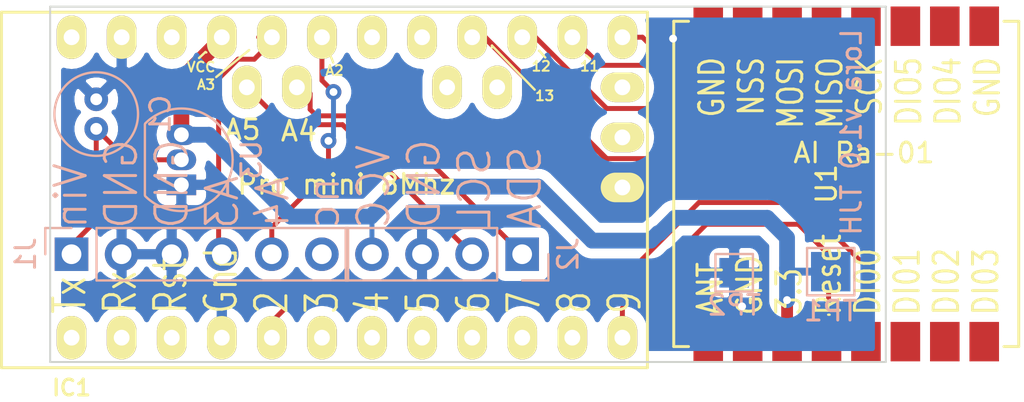
<source format=kicad_pcb>
(kicad_pcb (version 20171130) (host pcbnew "(5.1.8)-1")

  (general
    (thickness 1.6)
    (drawings 32)
    (tracks 109)
    (zones 0)
    (modules 8)
    (nets 16)
  )

  (page A4)
  (layers
    (0 F.Cu signal)
    (31 B.Cu signal)
    (32 B.Adhes user)
    (33 F.Adhes user)
    (34 B.Paste user)
    (35 F.Paste user)
    (36 B.SilkS user)
    (37 F.SilkS user)
    (38 B.Mask user hide)
    (39 F.Mask user)
    (40 Dwgs.User user)
    (41 Cmts.User user hide)
    (42 Eco1.User user hide)
    (43 Eco2.User user hide)
    (44 Edge.Cuts user)
    (45 Margin user)
    (46 B.CrtYd user)
    (47 F.CrtYd user)
    (48 B.Fab user hide)
    (49 F.Fab user hide)
  )

  (setup
    (last_trace_width 0.25)
    (trace_clearance 0.2)
    (zone_clearance 0.508)
    (zone_45_only no)
    (trace_min 0.2)
    (via_size 0.8)
    (via_drill 0.4)
    (via_min_size 0.4)
    (via_min_drill 0.3)
    (uvia_size 0.3)
    (uvia_drill 0.1)
    (uvias_allowed no)
    (uvia_min_size 0.2)
    (uvia_min_drill 0.1)
    (edge_width 0.05)
    (segment_width 0.2)
    (pcb_text_width 0.3)
    (pcb_text_size 1.5 1.5)
    (mod_edge_width 0.12)
    (mod_text_size 1 1)
    (mod_text_width 0.15)
    (pad_size 1.5 1.5)
    (pad_drill 0)
    (pad_to_mask_clearance 0.0508)
    (aux_axis_origin 0 0)
    (visible_elements 7FFFFFFF)
    (pcbplotparams
      (layerselection 0x010fc_ffffffff)
      (usegerberextensions false)
      (usegerberattributes false)
      (usegerberadvancedattributes true)
      (creategerberjobfile true)
      (excludeedgelayer true)
      (linewidth 0.100000)
      (plotframeref false)
      (viasonmask false)
      (mode 1)
      (useauxorigin false)
      (hpglpennumber 1)
      (hpglpenspeed 20)
      (hpglpendiameter 15.000000)
      (psnegative false)
      (psa4output false)
      (plotreference true)
      (plotvalue true)
      (plotinvisibletext false)
      (padsonsilk false)
      (subtractmaskfromsilk false)
      (outputformat 1)
      (mirror false)
      (drillshape 0)
      (scaleselection 1)
      (outputdirectory "../../Downloads/gerber/"))
  )

  (net 0 "")
  (net 1 Earth)
  (net 2 "Net-(IC1-Pad28)")
  (net 3 "Net-(IC1-Pad27)")
  (net 4 +3V0)
  (net 5 +VDC)
  (net 6 SCK)
  (net 7 !SS)
  (net 8 MOSI)
  (net 9 MISO)
  (net 10 /SDA)
  (net 11 /SCL)
  (net 12 /DIO0)
  (net 13 /A2)
  (net 14 /A3)
  (net 15 /~reset)

  (net_class Default "This is the default net class."
    (clearance 0.2)
    (trace_width 0.25)
    (via_dia 0.8)
    (via_drill 0.4)
    (uvia_dia 0.3)
    (uvia_drill 0.1)
    (add_net !SS)
    (add_net +3V0)
    (add_net +VDC)
    (add_net /A2)
    (add_net /A3)
    (add_net /DIO0)
    (add_net /SCL)
    (add_net /SDA)
    (add_net /~reset)
    (add_net Earth)
    (add_net MISO)
    (add_net MOSI)
    (add_net "Net-(IC1-Pad27)")
    (add_net "Net-(IC1-Pad28)")
    (add_net SCK)
  )

  (module Connector_PinHeader_2.54mm:PinHeader_1x06_P2.54mm_Vertical (layer B.Cu) (tedit 59FED5CC) (tstamp 5FB31E96)
    (at 115.64112 89.92616 270)
    (descr "Through hole straight pin header, 1x06, 2.54mm pitch, single row")
    (tags "Through hole pin header THT 1x06 2.54mm single row")
    (path /5FAC9643)
    (fp_text reference J1 (at 0 2.33 270) (layer B.SilkS)
      (effects (font (size 1 1) (thickness 0.15)) (justify mirror))
    )
    (fp_text value Conn_01x10_Female (at 0 -15.03 270) (layer B.Fab)
      (effects (font (size 1 1) (thickness 0.15)) (justify mirror))
    )
    (fp_line (start -0.635 1.27) (end 1.27 1.27) (layer B.Fab) (width 0.1))
    (fp_line (start 1.27 1.27) (end 1.27 -13.97) (layer B.Fab) (width 0.1))
    (fp_line (start 1.27 -13.97) (end -1.27 -13.97) (layer B.Fab) (width 0.1))
    (fp_line (start -1.27 -13.97) (end -1.27 0.635) (layer B.Fab) (width 0.1))
    (fp_line (start -1.27 0.635) (end -0.635 1.27) (layer B.Fab) (width 0.1))
    (fp_line (start -1.33 -14.03) (end 1.33 -14.03) (layer B.SilkS) (width 0.12))
    (fp_line (start -1.33 -1.27) (end -1.33 -14.03) (layer B.SilkS) (width 0.12))
    (fp_line (start 1.33 -1.27) (end 1.33 -14.03) (layer B.SilkS) (width 0.12))
    (fp_line (start -1.33 -1.27) (end 1.33 -1.27) (layer B.SilkS) (width 0.12))
    (fp_line (start -1.33 0) (end -1.33 1.33) (layer B.SilkS) (width 0.12))
    (fp_line (start -1.33 1.33) (end 0 1.33) (layer B.SilkS) (width 0.12))
    (fp_line (start -1.8 1.8) (end -1.8 -14.5) (layer B.CrtYd) (width 0.05))
    (fp_line (start -1.8 -14.5) (end 1.8 -14.5) (layer B.CrtYd) (width 0.05))
    (fp_line (start 1.8 -14.5) (end 1.8 1.8) (layer B.CrtYd) (width 0.05))
    (fp_line (start 1.8 1.8) (end -1.8 1.8) (layer B.CrtYd) (width 0.05))
    (fp_text user %R (at 0 -6.35) (layer B.Fab)
      (effects (font (size 1 1) (thickness 0.15)) (justify mirror))
    )
    (pad 1 thru_hole rect (at 0 0 270) (size 1.7 1.7) (drill 1) (layers *.Cu *.Mask)
      (net 5 +VDC))
    (pad 2 thru_hole oval (at 0 -2.54 270) (size 1.7 1.7) (drill 1) (layers *.Cu *.Mask)
      (net 1 Earth))
    (pad 3 thru_hole oval (at 0 -5.08 270) (size 1.7 1.7) (drill 1) (layers *.Cu *.Mask)
      (net 1 Earth))
    (pad 4 thru_hole oval (at 0 -7.62 270) (size 1.7 1.7) (drill 1) (layers *.Cu *.Mask)
      (net 14 /A3))
    (pad 5 thru_hole oval (at 0 -10.16 270) (size 1.7 1.7) (drill 1) (layers *.Cu *.Mask)
      (net 13 /A2))
    (pad 6 thru_hole oval (at 0 -12.7 270) (size 1.7 1.7) (drill 1) (layers *.Cu *.Mask))
    (model ${KISYS3DMOD}/Connector_PinHeader_2.54mm.3dshapes/PinHeader_1x06_P2.54mm_Vertical.wrl
      (at (xyz 0 0 0))
      (scale (xyz 1 1 1))
      (rotate (xyz 0 0 0))
    )
  )

  (module Connector_PinHeader_2.54mm:PinHeader_1x04_P2.54mm_Vertical (layer B.Cu) (tedit 59FED5CC) (tstamp 5FB08776)
    (at 138.50112 89.92616 90)
    (descr "Through hole straight pin header, 1x04, 2.54mm pitch, single row")
    (tags "Through hole pin header THT 1x04 2.54mm single row")
    (path /5FB0E83B)
    (fp_text reference J2 (at 0 2.33 270) (layer B.SilkS)
      (effects (font (size 1 1) (thickness 0.15)) (justify mirror))
    )
    (fp_text value Conn_01x04_Female (at 0 -9.95 270) (layer B.Fab)
      (effects (font (size 1 1) (thickness 0.15)) (justify mirror))
    )
    (fp_line (start 1.8 1.8) (end -1.8 1.8) (layer B.CrtYd) (width 0.05))
    (fp_line (start 1.8 -9.4) (end 1.8 1.8) (layer B.CrtYd) (width 0.05))
    (fp_line (start -1.8 -9.4) (end 1.8 -9.4) (layer B.CrtYd) (width 0.05))
    (fp_line (start -1.8 1.8) (end -1.8 -9.4) (layer B.CrtYd) (width 0.05))
    (fp_line (start -1.33 1.33) (end 0 1.33) (layer B.SilkS) (width 0.12))
    (fp_line (start -1.33 0) (end -1.33 1.33) (layer B.SilkS) (width 0.12))
    (fp_line (start -1.33 -1.27) (end 1.33 -1.27) (layer B.SilkS) (width 0.12))
    (fp_line (start 1.33 -1.27) (end 1.33 -8.95) (layer B.SilkS) (width 0.12))
    (fp_line (start -1.33 -1.27) (end -1.33 -8.95) (layer B.SilkS) (width 0.12))
    (fp_line (start -1.33 -8.95) (end 1.33 -8.95) (layer B.SilkS) (width 0.12))
    (fp_line (start -1.27 0.635) (end -0.635 1.27) (layer B.Fab) (width 0.1))
    (fp_line (start -1.27 -8.89) (end -1.27 0.635) (layer B.Fab) (width 0.1))
    (fp_line (start 1.27 -8.89) (end -1.27 -8.89) (layer B.Fab) (width 0.1))
    (fp_line (start 1.27 1.27) (end 1.27 -8.89) (layer B.Fab) (width 0.1))
    (fp_line (start -0.635 1.27) (end 1.27 1.27) (layer B.Fab) (width 0.1))
    (fp_text user %R (at 0 -3.81) (layer B.Fab)
      (effects (font (size 1 1) (thickness 0.15)) (justify mirror))
    )
    (pad 4 thru_hole oval (at 0 -7.62 90) (size 1.7 1.7) (drill 1) (layers *.Cu *.Mask)
      (net 4 +3V0))
    (pad 3 thru_hole oval (at 0 -5.08 90) (size 1.7 1.7) (drill 1) (layers *.Cu *.Mask)
      (net 1 Earth))
    (pad 2 thru_hole oval (at 0 -2.54 90) (size 1.7 1.7) (drill 1) (layers *.Cu *.Mask)
      (net 11 /SCL))
    (pad 1 thru_hole rect (at 0 0 90) (size 1.7 1.7) (drill 1) (layers *.Cu *.Mask)
      (net 10 /SDA))
    (model ${KISYS3DMOD}/Connector_PinHeader_2.54mm.3dshapes/PinHeader_1x04_P2.54mm_Vertical.wrl
      (at (xyz 0 0 0))
      (scale (xyz 1 1 1))
      (rotate (xyz 0 0 0))
    )
  )

  (module RF_Module:Ai-Thinker-Ra-01-LoRa (layer F.Cu) (tedit 5A57D4D7) (tstamp 5FAA0D22)
    (at 154.94 86.36 90)
    (descr "Ai Thinker Ra-01 LoRa")
    (tags "LoRa Ra-01")
    (path /5FA9953F)
    (attr smd)
    (fp_text reference U1 (at 0 -1 90) (layer F.SilkS)
      (effects (font (size 1 1) (thickness 0.15)))
    )
    (fp_text value Ai-Thinker-Ra-01 (at 0 9.75 90) (layer F.Fab)
      (effects (font (size 1 1) (thickness 0.15)))
    )
    (fp_line (start -9.25 -9) (end 9.25 -9) (layer F.CrtYd) (width 0.05))
    (fp_line (start 9.25 -9) (end 9.25 9) (layer F.CrtYd) (width 0.05))
    (fp_line (start 9.25 9) (end -9.25 9) (layer F.CrtYd) (width 0.05))
    (fp_line (start -9.25 9) (end -9.25 -9) (layer F.CrtYd) (width 0.05))
    (fp_line (start -8.25 8) (end -8.25 8.75) (layer F.SilkS) (width 0.15))
    (fp_line (start -8.25 8.75) (end 8.25 8.75) (layer F.SilkS) (width 0.15))
    (fp_line (start 8.25 8.75) (end 8.25 8) (layer F.SilkS) (width 0.15))
    (fp_line (start -8.25 -8) (end -8.25 -8.75) (layer F.SilkS) (width 0.15))
    (fp_line (start -8.25 -8.75) (end 8.25 -8.75) (layer F.SilkS) (width 0.15))
    (fp_line (start 8.25 -8.75) (end 8.25 -8) (layer F.SilkS) (width 0.15))
    (fp_line (start -8 -8.5) (end 8 -8.5) (layer F.Fab) (width 0.15))
    (fp_line (start 8 -8.5) (end 8 8.5) (layer F.Fab) (width 0.15))
    (fp_line (start 8 8.5) (end -8 8.5) (layer F.Fab) (width 0.15))
    (fp_line (start -8 8.5) (end -8 -8.5) (layer F.Fab) (width 0.15))
    (fp_text user %R (at 0 1 90) (layer F.Fab)
      (effects (font (size 1 1) (thickness 0.15)))
    )
    (pad 16 smd rect (at 8 -7 90) (size 2 1.5) (layers F.Cu F.Paste F.Mask)
      (net 1 Earth))
    (pad 15 smd rect (at 8 -5 90) (size 2 1.5) (layers F.Cu F.Paste F.Mask)
      (net 7 !SS))
    (pad 14 smd rect (at 8 -3 90) (size 2 1.5) (layers F.Cu F.Paste F.Mask)
      (net 8 MOSI))
    (pad 13 smd rect (at 8 -1 90) (size 2 1.5) (layers F.Cu F.Paste F.Mask)
      (net 9 MISO))
    (pad 12 smd rect (at 8 1 90) (size 2 1.5) (layers F.Cu F.Paste F.Mask)
      (net 6 SCK))
    (pad 11 smd rect (at 8 3 90) (size 2 1.5) (layers F.Cu F.Paste F.Mask))
    (pad 10 smd rect (at 8 5 90) (size 2 1.5) (layers F.Cu F.Paste F.Mask))
    (pad 9 smd rect (at 8 7 90) (size 2 1.5) (layers F.Cu F.Paste F.Mask)
      (net 1 Earth))
    (pad 8 smd rect (at -8 7 90) (size 2 1.5) (layers F.Cu F.Paste F.Mask))
    (pad 7 smd rect (at -8 5 90) (size 2 1.5) (layers F.Cu F.Paste F.Mask))
    (pad 6 smd rect (at -8 3 90) (size 2 1.5) (layers F.Cu F.Paste F.Mask))
    (pad 5 smd rect (at -8 1 90) (size 2 1.5) (layers F.Cu F.Paste F.Mask)
      (net 12 /DIO0))
    (pad 4 smd rect (at -8 -1 90) (size 2 1.5) (layers F.Cu F.Paste F.Mask)
      (net 15 /~reset))
    (pad 3 smd rect (at -8 -3 90) (size 2 1.5) (layers F.Cu F.Paste F.Mask)
      (net 4 +3V0))
    (pad 2 smd rect (at -8 -5 90) (size 2 1.5) (layers F.Cu F.Paste F.Mask)
      (net 1 Earth))
    (pad 1 smd rect (at -8 -7 90) (size 2 1.5) (layers F.Cu F.Paste F.Mask))
    (model ${KISYS3DMOD}/RF_Module.3dshapes/Ai-Thinker-Ra-01-LoRa.wrl
      (at (xyz 0 0 0))
      (scale (xyz 1 1 1))
      (rotate (xyz 0 0 0))
    )
  )

  (module Package_TO_SOT_THT:TO-92_Inline (layer B.Cu) (tedit 5A1DD157) (tstamp 5FB779F9)
    (at 121.21388 86.40572 90)
    (descr "TO-92 leads in-line, narrow, oval pads, drill 0.75mm (see NXP sot054_po.pdf)")
    (tags "to-92 sc-43 sc-43a sot54 PA33 transistor")
    (path /5FB787EC)
    (fp_text reference U3 (at 1.27 3.56 90) (layer B.SilkS)
      (effects (font (size 1 1) (thickness 0.15)) (justify mirror))
    )
    (fp_text value MCP1700-2502E_TO92 (at 1.27 -2.79 90) (layer B.Fab)
      (effects (font (size 1 1) (thickness 0.15)) (justify mirror))
    )
    (fp_line (start 4 -2.01) (end -1.46 -2.01) (layer B.CrtYd) (width 0.05))
    (fp_line (start 4 -2.01) (end 4 2.73) (layer B.CrtYd) (width 0.05))
    (fp_line (start -1.46 2.73) (end -1.46 -2.01) (layer B.CrtYd) (width 0.05))
    (fp_line (start -1.46 2.73) (end 4 2.73) (layer B.CrtYd) (width 0.05))
    (fp_line (start -0.5 -1.75) (end 3 -1.75) (layer B.Fab) (width 0.1))
    (fp_line (start -0.53 -1.85) (end 3.07 -1.85) (layer B.SilkS) (width 0.12))
    (fp_text user %R (at 1.27 0 90) (layer B.Fab)
      (effects (font (size 1 1) (thickness 0.15)) (justify mirror))
    )
    (fp_arc (start 1.27 0) (end 1.27 2.48) (angle -135) (layer B.Fab) (width 0.1))
    (fp_arc (start 1.27 0) (end 1.27 2.6) (angle 135) (layer B.SilkS) (width 0.12))
    (fp_arc (start 1.27 0) (end 1.27 2.48) (angle 135) (layer B.Fab) (width 0.1))
    (fp_arc (start 1.27 0) (end 1.27 2.6) (angle -135) (layer B.SilkS) (width 0.12))
    (pad 2 thru_hole oval (at 1.27 0 90) (size 1.05 1.5) (drill 0.75) (layers *.Cu *.Mask)
      (net 5 +VDC))
    (pad 3 thru_hole oval (at 2.54 0 90) (size 1.05 1.5) (drill 0.75) (layers *.Cu *.Mask)
      (net 4 +3V0))
    (pad 1 thru_hole rect (at 0 0 90) (size 1.05 1.5) (drill 0.75) (layers *.Cu *.Mask)
      (net 1 Earth))
    (model ${KISYS3DMOD}/Package_TO_SOT_THT.3dshapes/TO-92_Inline.wrl
      (at (xyz 0 0 0))
      (scale (xyz 1 1 1))
      (rotate (xyz 0 0 0))
    )
  )

  (module Capacitor_THT:C_Radial_D4.0mm_H5.0mm_P1.50mm (layer B.Cu) (tedit 5BC5C9B9) (tstamp 5FB7D543)
    (at 116.89588 83.566 90)
    (descr "C, Radial series, Radial, pin pitch=1.50mm, diameter=4mm, height=5mm, Non-Polar Electrolytic Capacitor")
    (tags "C Radial series Radial pin pitch 1.50mm diameter 4mm height 5mm Non-Polar Electrolytic Capacitor")
    (path /5FB81E22)
    (fp_text reference C1 (at 0.75 3.25 270) (layer B.SilkS)
      (effects (font (size 1 1) (thickness 0.15)) (justify mirror))
    )
    (fp_text value "1 uF" (at 0.75 -3.25 270) (layer B.Fab)
      (effects (font (size 1 1) (thickness 0.15)) (justify mirror))
    )
    (fp_circle (center 0.75 0) (end 2.75 0) (layer B.Fab) (width 0.1))
    (fp_circle (center 0.75 0) (end 2.87 0) (layer B.SilkS) (width 0.12))
    (fp_circle (center 0.75 0) (end 3 0) (layer B.CrtYd) (width 0.05))
    (fp_text user %R (at 0.75 0 270) (layer B.Fab)
      (effects (font (size 0.8 0.8) (thickness 0.12)) (justify mirror))
    )
    (pad 2 thru_hole circle (at 1.5 0 90) (size 1.2 1.2) (drill 0.6) (layers *.Cu *.Mask)
      (net 1 Earth))
    (pad 1 thru_hole circle (at 0 0 90) (size 1.2 1.2) (drill 0.6) (layers *.Cu *.Mask)
      (net 5 +VDC))
    (model ${KISYS3DMOD}/Capacitor_THT.3dshapes/C_Radial_D4.0mm_H5.0mm_P1.50mm.wrl
      (at (xyz 0 0 0))
      (scale (xyz 1 1 1))
      (rotate (xyz 0 0 0))
    )
  )

  (module mysensors_arduino:pro_mini (layer F.Cu) (tedit 5FB9AC23) (tstamp 5FAA0CFF)
    (at 129.615001 86.538999)
    (descr "IC, ARDUINO_PRO_MINI x 0,6\"")
    (tags "DIL ARDUINO PRO MINI")
    (path /5FA9F55A)
    (fp_text reference IC1 (at -13.97 10.16) (layer F.SilkS)
      (effects (font (size 0.8 0.8) (thickness 0.16)))
    )
    (fp_text value ArduinoProMini (at 0 0) (layer F.Fab) hide
      (effects (font (size 0.8 0.8) (thickness 0.16)))
    )
    (fp_line (start -17.526 -8.89) (end 15.24 -8.89) (layer F.SilkS) (width 0.15))
    (fp_line (start 15.24 9.144) (end -17.526 9.144) (layer F.SilkS) (width 0.15))
    (fp_line (start -17.526 -8.89) (end -17.526 9.144) (layer F.SilkS) (width 0.15))
    (fp_line (start 15.24 9.144) (end 15.24 -8.89) (layer F.SilkS) (width 0.15))
    (pad 28 thru_hole oval (at 5.08 -5.08) (size 1.50114 2.19964) (drill 0.8001) (layers *.Cu *.Mask F.SilkS)
      (net 2 "Net-(IC1-Pad28)"))
    (pad 27 thru_hole oval (at 7.62 -5.08) (size 1.50114 2.19964) (drill 0.8001) (layers *.Cu *.Mask F.SilkS)
      (net 3 "Net-(IC1-Pad27)"))
    (pad 1 thru_hole oval (at -13.97 7.62) (size 1.50114 2.19964) (drill 0.8001) (layers *.Cu *.Mask F.SilkS))
    (pad 2 thru_hole oval (at -11.43 7.62) (size 1.50114 2.19964) (drill 0.8001) (layers *.Cu *.Mask F.SilkS))
    (pad 3 thru_hole oval (at -8.89 7.62) (size 1.50114 2.19964) (drill 0.8001) (layers *.Cu *.Mask F.SilkS))
    (pad 4 thru_hole oval (at -6.35 7.62) (size 1.50114 2.19964) (drill 0.8001) (layers *.Cu *.Mask F.SilkS)
      (net 1 Earth))
    (pad 5 thru_hole oval (at -3.81 7.62) (size 1.50114 2.19964) (drill 0.8001) (layers *.Cu *.Mask F.SilkS)
      (net 12 /DIO0))
    (pad 6 thru_hole oval (at -1.27 7.62) (size 1.50114 2.19964) (drill 0.8001) (layers *.Cu *.Mask F.SilkS))
    (pad 7 thru_hole oval (at 1.27 7.62) (size 1.50114 2.19964) (drill 0.8001) (layers *.Cu *.Mask F.SilkS))
    (pad 8 thru_hole oval (at 3.81 7.62) (size 1.50114 2.19964) (drill 0.8001) (layers *.Cu *.Mask F.SilkS))
    (pad 9 thru_hole oval (at 6.35 7.62) (size 1.50114 2.19964) (drill 0.8001) (layers *.Cu *.Mask F.SilkS))
    (pad 10 thru_hole oval (at 8.89 7.62) (size 1.50114 2.19964) (drill 0.8001) (layers *.Cu *.Mask F.SilkS))
    (pad 11 thru_hole oval (at 11.43 7.62) (size 1.50114 2.19964) (drill 0.8001) (layers *.Cu *.Mask F.SilkS))
    (pad 12 thru_hole oval (at 13.97 7.62) (size 1.50114 2.19964) (drill 0.8001) (layers *.Cu *.Mask F.SilkS)
      (net 15 /~reset))
    (pad 13 thru_hole oval (at 13.97 -7.62) (size 1.50114 2.19964) (drill 0.8001) (layers *.Cu *.Mask F.SilkS)
      (net 7 !SS))
    (pad 14 thru_hole oval (at 11.43 -7.62) (size 1.50114 2.19964) (drill 0.8001) (layers *.Cu *.Mask F.SilkS)
      (net 8 MOSI))
    (pad 15 thru_hole oval (at 8.89 -7.62) (size 1.50114 2.19964) (drill 0.8001) (layers *.Cu *.Mask F.SilkS)
      (net 9 MISO))
    (pad 16 thru_hole oval (at 6.35 -7.62) (size 1.50114 2.19964) (drill 0.8001) (layers *.Cu *.Mask F.SilkS)
      (net 6 SCK))
    (pad 17 thru_hole oval (at 3.81 -7.62) (size 1.50114 2.19964) (drill 0.8001) (layers *.Cu *.Mask F.SilkS))
    (pad 18 thru_hole oval (at 1.27 -7.62) (size 1.50114 2.19964) (drill 0.8001) (layers *.Cu *.Mask F.SilkS))
    (pad 19 thru_hole oval (at -1.27 -7.62) (size 1.50114 2.19964) (drill 0.8001) (layers *.Cu *.Mask F.SilkS)
      (net 13 /A2))
    (pad 20 thru_hole oval (at -3.81 -7.62) (size 1.50114 2.19964) (drill 0.8001) (layers *.Cu *.Mask F.SilkS)
      (net 14 /A3))
    (pad 21 thru_hole oval (at -6.35 -7.62) (size 1.50114 2.19964) (drill 0.8001) (layers *.Cu *.Mask F.SilkS)
      (net 4 +3V0))
    (pad 22 thru_hole oval (at -8.89 -7.62) (size 1.50114 2.19964) (drill 0.8001) (layers *.Cu *.Mask F.SilkS))
    (pad 23 thru_hole oval (at -11.43 -7.62) (size 1.50114 2.19964) (drill 0.8001) (layers *.Cu *.Mask F.SilkS)
      (net 1 Earth))
    (pad 24 thru_hole oval (at -13.97 -7.62) (size 1.50114 2.19964) (drill 0.8001) (layers *.Cu *.Mask F.SilkS))
    (pad 25 thru_hole oval (at -2.54 -5.08) (size 1.50114 2.19964) (drill 0.8001) (layers *.Cu *.Mask F.SilkS)
      (net 10 /SDA))
    (pad 26 thru_hole oval (at -5.08 -5.08) (size 1.50114 2.19964) (drill 0.8001) (layers *.Cu *.Mask F.SilkS)
      (net 11 /SCL))
    (pad 27 thru_hole oval (at 13.97 -5.08) (size 2.19964 1.50114) (drill 0.8001) (layers *.Cu *.Mask F.SilkS)
      (net 3 "Net-(IC1-Pad27)"))
    (pad 28 thru_hole oval (at 13.97 -2.54) (size 2.19964 1.50114) (drill 0.8001) (layers *.Cu *.Mask F.SilkS)
      (net 2 "Net-(IC1-Pad28)"))
    (pad 29 thru_hole oval (at 13.97 0) (size 2.19964 1.50114) (drill 0.8001) (layers *.Cu *.Mask F.SilkS)
      (net 1 Earth) (zone_connect 2))
    (model Socket_Strips.3dshapes/Socket_Strip_Straight_1x02_Pitch2.54mm.wrl
      (offset (xyz -3.809999942779541 5.079999923706055 0))
      (scale (xyz 1 1 1))
      (rotate (xyz 0 0 0))
    )
    (model Socket_Strips.3dshapes/Socket_Strip_Straight_1x03_Pitch2.54mm.wrl
      (offset (xyz 13.96999979019165 2.539999961853027 0))
      (scale (xyz 1 1 1))
      (rotate (xyz 0 0 90))
    )
    (model Socket_Strips.3dshapes/Socket_Strip_Straight_1x12_Pitch2.54mm.wrl
      (offset (xyz 0 7.619999885559082 0))
      (scale (xyz 1 1 1))
      (rotate (xyz 0 0 0))
    )
    (model Socket_Strips.3dshapes/Socket_Strip_Straight_1x12_Pitch2.54mm.wrl
      (offset (xyz 0 -7.619999885559082 0))
      (scale (xyz 1 1 1))
      (rotate (xyz 0 0 0))
    )
    (model Socket_Strips.3dshapes/Socket_Strip_Straight_1x02_Pitch2.54mm.wrl
      (offset (xyz 6.349999904632568 5.079999923706055 0))
      (scale (xyz 1 1 1))
      (rotate (xyz 0 0 0))
    )
    (model ${MYSLOCAL}/mysensors.3dshapes/mysensors_arduino.3dshapes/arduino_pro_mini.wrl
      (offset (xyz -1.269999980926514 0 12.19199981689453))
      (scale (xyz 0.395 0.395 0.395))
      (rotate (xyz 0 0 180))
    )
    (model SMD_Packages.3dshapes/TQFP-32.wrl
      (offset (xyz 1.269999980926514 0 13.01749980449676))
      (scale (xyz 1 1 1))
      (rotate (xyz 0 0 315))
    )
    (model Pin_Headers.3dshapes/Pin_Header_Straight_1x12_Pitch2.54mm.wrl
      (offset (xyz 13.96999979019165 -7.619999885559082 11.30299983024597))
      (scale (xyz 1 1 1))
      (rotate (xyz 0 180 90))
    )
    (model Pin_Headers.3dshapes/Pin_Header_Straight_1x12_Pitch2.54mm.wrl
      (offset (xyz 13.96999979019165 7.619999885559082 11.30299983024597))
      (scale (xyz 1 1 1))
      (rotate (xyz 0 180 90))
    )
    (model Pin_Headers.3dshapes/Pin_Header_Straight_1x03_Pitch2.54mm.wrl
      (offset (xyz 13.96999979019165 5.079999923706055 11.30299983024597))
      (scale (xyz 1 1 1))
      (rotate (xyz 0 180 0))
    )
    (model Pin_Headers.3dshapes/Pin_Header_Straight_1x02_Pitch2.54mm.wrl
      (offset (xyz 7.619999885559082 5.079999923706055 11.30299983024597))
      (scale (xyz 1 1 1))
      (rotate (xyz 0 180 90))
    )
    (model Pin_Headers.3dshapes/Pin_Header_Straight_1x02_Pitch2.54mm.wrl
      (offset (xyz -2.539999961853027 5.079999923706055 11.30299983024597))
      (scale (xyz 1 1 1))
      (rotate (xyz 0 180 90))
    )
    (model ${MYSLOCAL}/mysensors.3dshapes/w.lain.3dshapes/smd_leds/led_0603.wrl
      (offset (xyz -7.619999885559082 0 13.01749980449676))
      (scale (xyz 1 1 1))
      (rotate (xyz 0 0 0))
    )
    (model ${MYSLOCAL}/mysensors.3dshapes/w.lain.3dshapes/smd_leds/led_0603.wrl
      (offset (xyz 13.96999979019165 -4.444999933242798 13.01749980449676))
      (scale (xyz 1 1 1))
      (rotate (xyz 0 0 0))
    )
    (model Pin_Headers.3dshapes/Pin_Header_Angled_1x06_Pitch2.54mm.wrl
      (offset (xyz -16.50999975204468 -6.349999904632568 13.01749980449676))
      (scale (xyz 1 1 1))
      (rotate (xyz 0 0 180))
    )
    (model Resistors_SMD.3dshapes/R_0603.wrl
      (offset (xyz -7.619999885559082 -1.269999980926514 13.01749980449676))
      (scale (xyz 1 1 1))
      (rotate (xyz 0 0 0))
    )
    (model Resistors_SMD.3dshapes/R_0603.wrl
      (offset (xyz 13.96999979019165 -3.174999952316284 13.01749980449676))
      (scale (xyz 1 1 1))
      (rotate (xyz 0 0 0))
    )
    (model Capacitors_SMD.3dshapes/C_0603.wrl
      (offset (xyz -7.619999885559082 1.269999980926514 13.01749980449676))
      (scale (xyz 1 1 1))
      (rotate (xyz 0 0 0))
    )
    (model Capacitors_Tantalum_SMD.3dshapes/CP_Tantalum_Case-S_EIA-3216-12.wrl
      (offset (xyz -8.889999866485596 3.809999942779541 13.01749980449676))
      (scale (xyz 1 1 1))
      (rotate (xyz 0 0 0))
    )
    (model Capacitors_Tantalum_SMD.3dshapes/CP_Tantalum_Case-S_EIA-3216-12.wrl
      (offset (xyz -8.889999866485596 -3.809999942779541 13.01749980449676))
      (scale (xyz 1 1 1))
      (rotate (xyz 0 0 0))
    )
    (model TO_SOT_Packages_SMD.3dshapes/SOT-23-5.wrl
      (offset (xyz -10.15999984741211 0 13.01749980449676))
      (scale (xyz 1 1 1))
      (rotate (xyz 0 0 90))
    )
    (model Capacitors_SMD.3dshapes/C_1210.wrl
      (offset (xyz -12.69999980926514 0 13.01749980449676))
      (scale (xyz 1 1 1))
      (rotate (xyz 0 0 90))
    )
    (model ${MYSLOCAL}/mysensors.3dshapes/w.lain.3dshapes/switch/smd_push.wrl
      (offset (xyz 10.15999984741211 0 13.01749980449676))
      (scale (xyz 1 1 1))
      (rotate (xyz 0 0 90))
    )
  )

  (module TestPoint:TestPoint_Pad_2.0x2.0mm (layer B.Cu) (tedit 5A0F774F) (tstamp 5FBAE0B1)
    (at 154.1526 90.81008)
    (descr "SMD rectangular pad as test Point, square 2.0mm side length")
    (tags "test point SMD pad rectangle square")
    (path /5FBAEE94)
    (attr virtual)
    (fp_text reference TP1 (at 0 1.998) (layer B.SilkS)
      (effects (font (size 1 1) (thickness 0.15)) (justify mirror))
    )
    (fp_text value TestPoint (at 0 -2.05) (layer B.Fab)
      (effects (font (size 1 1) (thickness 0.15)) (justify mirror))
    )
    (fp_line (start -1.2 1.2) (end 1.2 1.2) (layer B.SilkS) (width 0.12))
    (fp_line (start 1.2 1.2) (end 1.2 -1.2) (layer B.SilkS) (width 0.12))
    (fp_line (start 1.2 -1.2) (end -1.2 -1.2) (layer B.SilkS) (width 0.12))
    (fp_line (start -1.2 -1.2) (end -1.2 1.2) (layer B.SilkS) (width 0.12))
    (fp_line (start -1.5 1.5) (end 1.5 1.5) (layer B.CrtYd) (width 0.05))
    (fp_line (start -1.5 1.5) (end -1.5 -1.5) (layer B.CrtYd) (width 0.05))
    (fp_line (start 1.5 -1.5) (end 1.5 1.5) (layer B.CrtYd) (width 0.05))
    (fp_line (start 1.5 -1.5) (end -1.5 -1.5) (layer B.CrtYd) (width 0.05))
    (fp_text user %R (at 0 2) (layer B.Fab)
      (effects (font (size 1 1) (thickness 0.15)) (justify mirror))
    )
    (pad 1 smd rect (at 0 0) (size 2 2) (layers B.Cu B.Mask)
      (net 4 +3V0))
  )

  (module TestPoint:TestPoint_Pad_1.5x1.5mm (layer B.Cu) (tedit 5A0F774F) (tstamp 5FBAE48E)
    (at 149.25548 90.86596)
    (descr "SMD rectangular pad as test Point, square 1.5mm side length")
    (tags "test point SMD pad rectangle square")
    (path /5FBAFD77)
    (attr virtual)
    (fp_text reference TP2 (at 0 1.648) (layer B.SilkS)
      (effects (font (size 1 1) (thickness 0.15)) (justify mirror))
    )
    (fp_text value TestPoint (at 0 -1.75) (layer B.Fab)
      (effects (font (size 1 1) (thickness 0.15)) (justify mirror))
    )
    (fp_line (start -0.95 0.95) (end 0.95 0.95) (layer B.SilkS) (width 0.12))
    (fp_line (start 0.95 0.95) (end 0.95 -0.95) (layer B.SilkS) (width 0.12))
    (fp_line (start 0.95 -0.95) (end -0.95 -0.95) (layer B.SilkS) (width 0.12))
    (fp_line (start -0.95 -0.95) (end -0.95 0.95) (layer B.SilkS) (width 0.12))
    (fp_line (start -1.25 1.25) (end 1.25 1.25) (layer B.CrtYd) (width 0.05))
    (fp_line (start -1.25 1.25) (end -1.25 -1.25) (layer B.CrtYd) (width 0.05))
    (fp_line (start 1.25 -1.25) (end 1.25 1.25) (layer B.CrtYd) (width 0.05))
    (fp_line (start 1.25 -1.25) (end -1.25 -1.25) (layer B.CrtYd) (width 0.05))
    (fp_text user %R (at 0 1.65) (layer B.Fab)
      (effects (font (size 1 1) (thickness 0.15)) (justify mirror))
    )
    (pad 1 smd rect (at 0 0) (size 1.5 1.5) (layers B.Cu B.Mask)
      (net 1 Earth))
  )

  (gr_line (start 128.83388 79.98968) (end 128.77292 79.86268) (layer F.SilkS) (width 0.12))
  (gr_line (start 128.91516 80.20304) (end 128.83388 79.98968) (layer F.SilkS) (width 0.12))
  (gr_line (start 141.94536 80.01) (end 141.75232 79.84236) (layer F.SilkS) (width 0.12))
  (gr_line (start 139.37488 79.60868) (end 139.35456 79.60868) (layer F.SilkS) (width 0.12))
  (gr_line (start 139.6746 79.94904) (end 139.37488 79.60868) (layer F.SilkS) (width 0.12))
  (gr_text "Lora v1.0 TJH" (at 155.19908 83.73364 90) (layer B.SilkS)
    (effects (font (size 1 1) (thickness 0.15)) (justify mirror))
  )
  (gr_line (start 156.95168 77.3684) (end 156.9466 77.37856) (layer Edge.Cuts) (width 0.1))
  (gr_line (start 114.55908 77.3684) (end 156.95168 77.3684) (layer Edge.Cuts) (width 0.1))
  (gr_line (start 114.55908 95.39224) (end 114.55908 77.3684) (layer Edge.Cuts) (width 0.1))
  (gr_line (start 156.9466 95.39224) (end 114.55908 95.39224) (layer Edge.Cuts) (width 0.1))
  (gr_line (start 156.9466 77.37856) (end 156.9466 95.39224) (layer Edge.Cuts) (width 0.1))
  (gr_line (start 122.43308 79.66964) (end 122.4788 79.68996) (layer F.SilkS) (width 0.12))
  (gr_line (start 122.10796 79.97444) (end 122.43308 79.66964) (layer F.SilkS) (width 0.12))
  (gr_text VCC (at 121.43232 80.43164) (layer F.SilkS) (tstamp 5FB9FD6B)
    (effects (font (size 0.5 0.5) (thickness 0.1)) (justify left))
  )
  (gr_line (start 154.09672 92.99448) (end 154.0256 92.99448) (layer F.SilkS) (width 0.12))
  (gr_line (start 124.64796 79.57312) (end 124.60224 79.61884) (layer F.SilkS) (width 0.12))
  (gr_line (start 122.98172 80.93964) (end 124.64796 79.57312) (layer F.SilkS) (width 0.12))
  (gr_text A3 (at 122.46864 81.32572) (layer F.SilkS)
    (effects (font (size 0.5 0.5) (thickness 0.1)))
  )
  (gr_text "GND\nNSS\nMOSI\nMISO\nSCK\nDIO5\nDIO4\nGND" (at 155.11272 79.8322 90) (layer F.SilkS)
    (effects (font (size 1.24 1) (thickness 0.15)) (justify right))
  )
  (gr_text "ANT\nGND\n3.3\nReset\nDI00\nDI01\nDI02\nDI03" (at 155.03144 93.10624 90) (layer F.SilkS)
    (effects (font (size 1.24 1) (thickness 0.15)) (justify left))
  )
  (gr_text 11 (at 141.92504 80.391) (layer F.SilkS)
    (effects (font (size 0.5 0.5) (thickness 0.1)))
  )
  (gr_text 12 (at 139.46632 80.391) (layer F.SilkS)
    (effects (font (size 0.5 0.5) (thickness 0.1)))
  )
  (gr_line (start 136.96696 79.33944) (end 136.96696 79.44612) (layer F.SilkS) (width 0.12))
  (gr_line (start 139.13612 81.57972) (end 136.96696 79.33944) (layer F.SilkS) (width 0.12))
  (gr_text 13 (at 139.64412 81.8896) (layer F.SilkS)
    (effects (font (size 0.5 0.5) (thickness 0.1)))
  )
  (gr_text A4 (at 127.17272 83.68284) (layer F.SilkS)
    (effects (font (size 1 1) (thickness 0.15)))
  )
  (gr_text A5 (at 124.32284 83.61172) (layer F.SilkS)
    (effects (font (size 1 1) (thickness 0.15)))
  )
  (gr_text A2 (at 128.46812 80.60436) (layer F.SilkS)
    (effects (font (size 0.5 0.5) (thickness 0.1)) (justify left))
  )
  (gr_text "Tx\nRx\nRst\nGnd\n2\n3\n4\n5\n6\n7\n8\n9" (at 129.62636 93.04528 90) (layer F.SilkS)
    (effects (font (size 1.59 1.2) (thickness 0.15)) (justify left))
  )
  (gr_text "Pro mini 8Mhz" (at 129.58572 86.38032) (layer F.SilkS)
    (effects (font (size 1 1) (thickness 0.15)))
  )
  (gr_text "AI Ra-01" (at 155.83916 84.7852) (layer F.SilkS)
    (effects (font (size 1 1) (thickness 0.15)))
  )
  (gr_text "Vin\nGND\nGND\nA3\nA4\nnc\nVCC\nGND\nSCL\nSDA" (at 127.127 88.7476 90) (layer B.SilkS)
    (effects (font (size 1.59 1.5) (thickness 0.15)) (justify right mirror))
  )

  (via (at 149.6568 92.57284) (size 0.8) (drill 0.4) (layers F.Cu B.Cu) (net 1))
  (segment (start 149.94 92.85604) (end 149.6568 92.57284) (width 0.25) (layer F.Cu) (net 1))
  (segment (start 149.94 94.36) (end 149.94 92.85604) (width 0.25) (layer F.Cu) (net 1) (status 10))
  (segment (start 147.94 78.36) (end 147.94 79.30872) (width 0.25) (layer F.Cu) (net 1) (status 30))
  (segment (start 118.185001 78.918999) (end 118.720799 78.918999) (width 0.25) (layer B.Cu) (net 1) (status 30))
  (via (at 146.15668 78.98892) (size 0.8) (drill 0.4) (layers F.Cu B.Cu) (net 1))
  (segment (start 146.7856 78.36) (end 146.15668 78.98892) (width 0.25) (layer F.Cu) (net 1))
  (segment (start 147.94 78.36) (end 146.7856 78.36) (width 0.25) (layer F.Cu) (net 1) (status 10))
  (segment (start 123.265001 79.264439) (end 123.265001 78.918999) (width 0.8) (layer F.Cu) (net 4) (status 30))
  (segment (start 121.21388 83.86572) (end 121.85396 83.86572) (width 0.8) (layer B.Cu) (net 4) (status 30))
  (segment (start 123.265001 78.918999) (end 123.265001 79.015519) (width 0.8) (layer F.Cu) (net 4) (status 30))
  (segment (start 121.21388 81.06664) (end 121.21388 83.86572) (width 0.8) (layer F.Cu) (net 4) (status 20))
  (segment (start 123.265001 79.015519) (end 121.21388 81.06664) (width 0.8) (layer F.Cu) (net 4) (status 10))
  (segment (start 125.13564 86.35492) (end 125.12548 86.35492) (width 0.8) (layer B.Cu) (net 4))
  (segment (start 145.40484 88.8492) (end 145.01876 89.23528) (width 0.8) (layer B.Cu) (net 4))
  (segment (start 145.01876 89.23528) (end 142.04696 89.23528) (width 0.8) (layer B.Cu) (net 4))
  (segment (start 121.21388 83.86572) (end 122.61088 83.86572) (width 0.8) (layer B.Cu) (net 4) (status 10))
  (segment (start 122.61088 83.86572) (end 126.76124 88.01608) (width 0.8) (layer B.Cu) (net 4))
  (segment (start 126.76124 88.01608) (end 130.83032 88.01608) (width 0.8) (layer B.Cu) (net 4))
  (segment (start 130.83032 88.01608) (end 132.34924 86.49716) (width 0.8) (layer B.Cu) (net 4))
  (segment (start 139.30884 86.49716) (end 142.04696 89.23528) (width 0.8) (layer B.Cu) (net 4))
  (segment (start 132.34924 86.49716) (end 139.30884 86.49716) (width 0.8) (layer B.Cu) (net 4))
  (segment (start 150.93188 88.07704) (end 151.892 89.03716) (width 0.8) (layer B.Cu) (net 4))
  (segment (start 146.2532 88.07704) (end 150.93188 88.07704) (width 0.8) (layer B.Cu) (net 4))
  (segment (start 145.48104 88.8492) (end 146.2532 88.07704) (width 0.8) (layer B.Cu) (net 4))
  (segment (start 145.40484 88.8492) (end 145.48104 88.8492) (width 0.25) (layer B.Cu) (net 4))
  (segment (start 130.88112 88.06688) (end 130.83032 88.01608) (width 0.25) (layer B.Cu) (net 4))
  (segment (start 130.88112 89.92616) (end 130.88112 88.06688) (width 0.25) (layer B.Cu) (net 4) (status 10))
  (via (at 151.93772 92.2528) (size 0.8) (drill 0.4) (layers F.Cu B.Cu) (net 4))
  (segment (start 151.94 92.25508) (end 151.93772 92.2528) (width 0.25) (layer F.Cu) (net 4))
  (segment (start 151.94 94.36) (end 151.94 92.25508) (width 0.6) (layer F.Cu) (net 4) (status 10))
  (segment (start 151.93772 89.08288) (end 151.892 89.03716) (width 0.25) (layer B.Cu) (net 4))
  (segment (start 152.10536 90.81008) (end 151.93772 90.64244) (width 0.25) (layer B.Cu) (net 4))
  (segment (start 154.1526 90.81008) (end 152.10536 90.81008) (width 0.4) (layer B.Cu) (net 4) (status 10))
  (segment (start 151.93772 90.64244) (end 151.93772 89.08288) (width 0.8) (layer B.Cu) (net 4))
  (segment (start 151.93772 92.2528) (end 151.93772 90.64244) (width 0.8) (layer B.Cu) (net 4))
  (segment (start 121.02748 85.29323) (end 121.21388 85.29323) (width 0.5) (layer B.Cu) (net 5) (status 30))
  (segment (start 120.85957 85.12532) (end 121.02748 85.29323) (width 0.5) (layer B.Cu) (net 5) (status 30))
  (segment (start 120.43156 85.13572) (end 121.21388 85.13572) (width 0.25) (layer F.Cu) (net 5) (status 20))
  (segment (start 115.64112 89.92616) (end 115.64112 89.46896) (width 0.25) (layer F.Cu) (net 5) (status 30))
  (segment (start 116.89588 88.2142) (end 116.89588 83.566) (width 0.25) (layer F.Cu) (net 5) (status 20))
  (segment (start 115.64112 89.46896) (end 116.89588 88.2142) (width 0.25) (layer F.Cu) (net 5) (status 10))
  (segment (start 118.4656 85.13572) (end 121.21388 85.13572) (width 0.25) (layer F.Cu) (net 5) (status 20))
  (segment (start 116.89588 83.566) (end 118.4656 85.13572) (width 0.25) (layer F.Cu) (net 5) (status 10))
  (segment (start 142.790232 85.074579) (end 144.993541 85.074579) (width 0.25) (layer F.Cu) (net 6))
  (segment (start 144.993541 85.074579) (end 146.71548 83.35264) (width 0.25) (layer F.Cu) (net 6))
  (segment (start 146.71548 83.35264) (end 152.18664 83.35264) (width 0.25) (layer F.Cu) (net 6))
  (segment (start 152.18664 83.35264) (end 155.94 79.59928) (width 0.25) (layer F.Cu) (net 6))
  (segment (start 135.965001 78.918999) (end 136.56535 78.918999) (width 0.25) (layer F.Cu) (net 6) (status 30))
  (segment (start 155.94 79.59928) (end 155.94 78.36) (width 0.25) (layer F.Cu) (net 6) (status 20))
  (segment (start 136.56535 78.918999) (end 142.68196 85.035609) (width 0.25) (layer F.Cu) (net 6) (status 10))
  (segment (start 136.634652 78.918999) (end 142.790232 85.074579) (width 0.25) (layer F.Cu) (net 6) (status 10))
  (segment (start 135.965001 78.918999) (end 136.634652 78.918999) (width 0.25) (layer F.Cu) (net 6) (status 30))
  (segment (start 149.94 80.32624) (end 149.52472 80.74152) (width 0.25) (layer F.Cu) (net 7))
  (segment (start 149.52472 80.74152) (end 146.42592 80.74152) (width 0.25) (layer F.Cu) (net 7))
  (segment (start 144.603399 78.918999) (end 143.585001 78.918999) (width 0.25) (layer F.Cu) (net 7) (status 20))
  (segment (start 146.42592 80.74152) (end 144.603399 78.918999) (width 0.25) (layer F.Cu) (net 7))
  (segment (start 149.94 78.36) (end 149.94 80.32624) (width 0.25) (layer F.Cu) (net 7) (status 10))
  (segment (start 141.045001 78.918999) (end 142.469831 80.343829) (width 0.25) (layer F.Cu) (net 8) (status 10))
  (segment (start 149.889 81.661) (end 151.94 79.61) (width 0.25) (layer F.Cu) (net 8))
  (segment (start 142.469831 80.343829) (end 145.205269 80.343829) (width 0.25) (layer F.Cu) (net 8))
  (segment (start 146.52244 81.661) (end 149.889 81.661) (width 0.25) (layer F.Cu) (net 8))
  (segment (start 145.205269 80.343829) (end 146.52244 81.661) (width 0.25) (layer F.Cu) (net 8))
  (segment (start 151.94 79.61) (end 151.94 78.36) (width 0.25) (layer F.Cu) (net 8) (status 20))
  (segment (start 153.94 79.61) (end 153.94 78.36) (width 0.25) (layer F.Cu) (net 9) (status 20))
  (segment (start 142.790232 82.534579) (end 151.015421 82.534579) (width 0.25) (layer F.Cu) (net 9))
  (segment (start 151.015421 82.534579) (end 153.94 79.61) (width 0.25) (layer F.Cu) (net 9))
  (segment (start 139.174652 78.918999) (end 142.790232 82.534579) (width 0.25) (layer F.Cu) (net 9) (status 10))
  (segment (start 138.505001 78.918999) (end 139.174652 78.918999) (width 0.25) (layer F.Cu) (net 9) (status 30))
  (segment (start 127.075001 81.458999) (end 127.422839 81.458999) (width 0.25) (layer F.Cu) (net 10) (status 30))
  (segment (start 127.422839 81.458999) (end 127.74676 81.78292) (width 0.25) (layer F.Cu) (net 10) (status 30))
  (segment (start 127.74676 81.78292) (end 127.74676 82.58048) (width 0.25) (layer F.Cu) (net 10) (status 10))
  (segment (start 127.74676 82.58048) (end 128.07188 82.9056) (width 0.25) (layer F.Cu) (net 10))
  (segment (start 131.48056 82.9056) (end 138.50112 89.92616) (width 0.25) (layer F.Cu) (net 10) (status 20))
  (segment (start 128.07188 82.9056) (end 131.48056 82.9056) (width 0.25) (layer F.Cu) (net 10))
  (segment (start 124.535001 81.458999) (end 126.431611 83.355609) (width 0.25) (layer F.Cu) (net 11) (status 10))
  (segment (start 126.431611 83.355609) (end 129.390569 83.355609) (width 0.25) (layer F.Cu) (net 11))
  (segment (start 129.390569 83.355609) (end 135.96112 89.92616) (width 0.25) (layer F.Cu) (net 11) (status 20))
  (segment (start 125.805001 94.158999) (end 125.805001 93.346199) (width 0.25) (layer F.Cu) (net 12) (status 30))
  (segment (start 125.805001 93.346199) (end 127.20828 91.94292) (width 0.25) (layer F.Cu) (net 12) (status 10))
  (segment (start 127.20828 91.94292) (end 142.82928 91.94292) (width 0.25) (layer F.Cu) (net 12))
  (segment (start 142.82928 91.94292) (end 147.46732 87.30488) (width 0.25) (layer F.Cu) (net 12))
  (segment (start 147.46732 87.30488) (end 152.69464 87.30488) (width 0.25) (layer F.Cu) (net 12))
  (segment (start 155.94 90.55024) (end 155.94 94.36) (width 0.25) (layer F.Cu) (net 12) (status 20))
  (segment (start 152.69464 87.30488) (end 155.94 90.55024) (width 0.25) (layer F.Cu) (net 12))
  (segment (start 128.345001 78.918999) (end 128.345001 79.709081) (width 0.25) (layer F.Cu) (net 13) (status 30))
  (via (at 128.9304 81.69656) (size 0.8) (drill 0.4) (layers F.Cu B.Cu) (net 13))
  (segment (start 128.345001 81.111161) (end 128.9304 81.69656) (width 0.25) (layer F.Cu) (net 13))
  (segment (start 128.345001 78.918999) (end 128.345001 81.111161) (width 0.25) (layer F.Cu) (net 13) (status 10))
  (segment (start 128.9304 81.69656) (end 128.9304 83.94192) (width 0.25) (layer B.Cu) (net 13))
  (via (at 128.6764 84.1756) (size 0.8) (drill 0.4) (layers F.Cu B.Cu) (net 13))
  (segment (start 128.69672 84.1756) (end 128.6764 84.1756) (width 0.25) (layer B.Cu) (net 13))
  (segment (start 128.9304 83.94192) (end 128.69672 84.1756) (width 0.25) (layer B.Cu) (net 13))
  (segment (start 128.6764 84.1756) (end 128.6764 85.68436) (width 0.25) (layer F.Cu) (net 13))
  (segment (start 125.80112 88.55964) (end 125.80112 89.92616) (width 0.25) (layer F.Cu) (net 13) (status 20))
  (segment (start 128.6764 85.68436) (end 125.80112 88.55964) (width 0.25) (layer F.Cu) (net 13))
  (segment (start 125.805001 78.918999) (end 125.13535 78.918999) (width 0.25) (layer F.Cu) (net 14) (status 30))
  (segment (start 124.089482 80.034169) (end 123.10364 81.020011) (width 0.25) (layer F.Cu) (net 14))
  (segment (start 124.913351 80.034169) (end 124.089482 80.034169) (width 0.25) (layer F.Cu) (net 14))
  (segment (start 125.805001 79.142519) (end 124.913351 80.034169) (width 0.25) (layer F.Cu) (net 14) (status 10))
  (segment (start 125.805001 78.918999) (end 125.805001 79.142519) (width 0.25) (layer F.Cu) (net 14) (status 30))
  (segment (start 123.10364 89.76868) (end 123.26112 89.92616) (width 0.25) (layer F.Cu) (net 14) (status 30))
  (segment (start 123.10364 81.020011) (end 123.10364 89.76868) (width 0.25) (layer F.Cu) (net 14) (status 20))
  (segment (start 143.585001 94.158999) (end 143.585001 92.665479) (width 0.25) (layer F.Cu) (net 15) (status 10))
  (segment (start 147.84324 88.40724) (end 152.51176 88.40724) (width 0.25) (layer F.Cu) (net 15))
  (segment (start 143.585001 92.665479) (end 147.84324 88.40724) (width 0.25) (layer F.Cu) (net 15))
  (segment (start 154.04592 94.25408) (end 153.94 94.36) (width 0.25) (layer F.Cu) (net 15) (status 30))
  (segment (start 154.04592 89.9414) (end 154.04592 94.25408) (width 0.25) (layer F.Cu) (net 15) (status 20))
  (segment (start 152.51176 88.40724) (end 154.04592 89.9414) (width 0.25) (layer F.Cu) (net 15))

  (zone (net 1) (net_name Earth) (layer B.Cu) (tstamp 5FBAFE13) (hatch edge 0.508)
    (connect_pads (clearance 0.508))
    (min_thickness 0.254)
    (fill yes (arc_segments 32) (thermal_gap 0.508) (thermal_bridge_width 0.508))
    (polygon
      (pts
        (xy 156.95676 95.008906) (xy 114.56416 95.37192) (xy 114.56416 77.35824) (xy 156.95676 77.030375)
      )
    )
    (filled_polygon
      (pts
        (xy 156.261601 94.70724) (xy 144.957676 94.70724) (xy 144.970571 94.576315) (xy 144.970571 93.741682) (xy 144.950523 93.53813)
        (xy 144.871294 93.276949) (xy 144.742635 93.036243) (xy 144.569486 92.825263) (xy 144.358506 92.652115) (xy 144.1178 92.523456)
        (xy 143.856619 92.444227) (xy 143.585001 92.417475) (xy 143.313382 92.444227) (xy 143.052201 92.523456) (xy 142.811495 92.652115)
        (xy 142.600515 92.825264) (xy 142.427367 93.036244) (xy 142.315001 93.246467) (xy 142.202635 93.036243) (xy 142.029486 92.825263)
        (xy 141.818506 92.652115) (xy 141.5778 92.523456) (xy 141.316619 92.444227) (xy 141.045001 92.417475) (xy 140.773382 92.444227)
        (xy 140.512201 92.523456) (xy 140.271495 92.652115) (xy 140.060515 92.825264) (xy 139.887367 93.036244) (xy 139.775001 93.246467)
        (xy 139.662635 93.036243) (xy 139.489486 92.825263) (xy 139.278506 92.652115) (xy 139.0378 92.523456) (xy 138.776619 92.444227)
        (xy 138.505001 92.417475) (xy 138.233382 92.444227) (xy 137.972201 92.523456) (xy 137.731495 92.652115) (xy 137.520515 92.825264)
        (xy 137.347367 93.036244) (xy 137.235001 93.246467) (xy 137.122635 93.036243) (xy 136.949486 92.825263) (xy 136.738506 92.652115)
        (xy 136.4978 92.523456) (xy 136.236619 92.444227) (xy 135.965001 92.417475) (xy 135.693382 92.444227) (xy 135.432201 92.523456)
        (xy 135.191495 92.652115) (xy 134.980515 92.825264) (xy 134.807367 93.036244) (xy 134.695001 93.246467) (xy 134.582635 93.036243)
        (xy 134.409486 92.825263) (xy 134.198506 92.652115) (xy 133.9578 92.523456) (xy 133.696619 92.444227) (xy 133.425001 92.417475)
        (xy 133.153382 92.444227) (xy 132.892201 92.523456) (xy 132.651495 92.652115) (xy 132.440515 92.825264) (xy 132.267367 93.036244)
        (xy 132.155001 93.246467) (xy 132.042635 93.036243) (xy 131.869486 92.825263) (xy 131.658506 92.652115) (xy 131.4178 92.523456)
        (xy 131.156619 92.444227) (xy 130.885001 92.417475) (xy 130.613382 92.444227) (xy 130.352201 92.523456) (xy 130.111495 92.652115)
        (xy 129.900515 92.825264) (xy 129.727367 93.036244) (xy 129.615001 93.246467) (xy 129.502635 93.036243) (xy 129.329486 92.825263)
        (xy 129.118506 92.652115) (xy 128.8778 92.523456) (xy 128.616619 92.444227) (xy 128.345001 92.417475) (xy 128.073382 92.444227)
        (xy 127.812201 92.523456) (xy 127.571495 92.652115) (xy 127.360515 92.825264) (xy 127.187367 93.036244) (xy 127.075001 93.246467)
        (xy 126.962635 93.036243) (xy 126.789486 92.825263) (xy 126.578506 92.652115) (xy 126.3378 92.523456) (xy 126.076619 92.444227)
        (xy 125.805001 92.417475) (xy 125.533382 92.444227) (xy 125.272201 92.523456) (xy 125.031495 92.652115) (xy 124.820515 92.825264)
        (xy 124.647367 93.036244) (xy 124.532583 93.250991) (xy 124.4965 93.162182) (xy 124.346503 92.934371) (xy 124.154944 92.740201)
        (xy 123.929186 92.587133) (xy 123.677903 92.481049) (xy 123.606276 92.466866) (xy 123.392001 92.58952) (xy 123.392001 94.031999)
        (xy 123.412001 94.031999) (xy 123.412001 94.285999) (xy 123.392001 94.285999) (xy 123.392001 94.305999) (xy 123.138001 94.305999)
        (xy 123.138001 94.285999) (xy 123.118001 94.285999) (xy 123.118001 94.031999) (xy 123.138001 94.031999) (xy 123.138001 92.58952)
        (xy 122.923726 92.466866) (xy 122.852099 92.481049) (xy 122.600816 92.587133) (xy 122.375058 92.740201) (xy 122.183499 92.934371)
        (xy 122.033502 93.162182) (xy 121.997419 93.25099) (xy 121.882635 93.036243) (xy 121.709486 92.825263) (xy 121.498506 92.652115)
        (xy 121.2578 92.523456) (xy 120.996619 92.444227) (xy 120.725001 92.417475) (xy 120.453382 92.444227) (xy 120.192201 92.523456)
        (xy 119.951495 92.652115) (xy 119.740515 92.825264) (xy 119.567367 93.036244) (xy 119.455001 93.246467) (xy 119.342635 93.036243)
        (xy 119.169486 92.825263) (xy 118.958506 92.652115) (xy 118.7178 92.523456) (xy 118.456619 92.444227) (xy 118.185001 92.417475)
        (xy 117.913382 92.444227) (xy 117.652201 92.523456) (xy 117.411495 92.652115) (xy 117.200515 92.825264) (xy 117.027367 93.036244)
        (xy 116.915001 93.246467) (xy 116.802635 93.036243) (xy 116.629486 92.825263) (xy 116.418506 92.652115) (xy 116.1778 92.523456)
        (xy 115.916619 92.444227) (xy 115.645001 92.417475) (xy 115.373382 92.444227) (xy 115.24408 92.483451) (xy 115.24408 91.61596)
        (xy 147.867408 91.61596) (xy 147.879668 91.740442) (xy 147.915978 91.86014) (xy 147.974943 91.970454) (xy 148.054295 92.067145)
        (xy 148.150986 92.146497) (xy 148.2613 92.205462) (xy 148.380998 92.241772) (xy 148.50548 92.254032) (xy 148.96973 92.25096)
        (xy 149.12848 92.09221) (xy 149.12848 90.99296) (xy 149.38248 90.99296) (xy 149.38248 92.09221) (xy 149.54123 92.25096)
        (xy 150.00548 92.254032) (xy 150.129962 92.241772) (xy 150.24966 92.205462) (xy 150.359974 92.146497) (xy 150.456665 92.067145)
        (xy 150.536017 91.970454) (xy 150.594982 91.86014) (xy 150.631292 91.740442) (xy 150.643552 91.61596) (xy 150.64048 91.15171)
        (xy 150.48173 90.99296) (xy 149.38248 90.99296) (xy 149.12848 90.99296) (xy 148.02923 90.99296) (xy 147.87048 91.15171)
        (xy 147.867408 91.61596) (xy 115.24408 91.61596) (xy 115.24408 91.414232) (xy 116.49112 91.414232) (xy 116.615602 91.401972)
        (xy 116.7353 91.365662) (xy 116.845614 91.306697) (xy 116.942305 91.227345) (xy 117.021657 91.130654) (xy 117.080622 91.02034)
        (xy 117.105086 90.939694) (xy 117.180851 91.023748) (xy 117.4142 91.197801) (xy 117.677021 91.322985) (xy 117.82423 91.367636)
        (xy 118.05412 91.246315) (xy 118.05412 90.05316) (xy 118.30812 90.05316) (xy 118.30812 91.246315) (xy 118.53801 91.367636)
        (xy 118.685219 91.322985) (xy 118.94804 91.197801) (xy 119.181389 91.023748) (xy 119.376298 90.807515) (xy 119.45112 90.681905)
        (xy 119.525942 90.807515) (xy 119.720851 91.023748) (xy 119.9542 91.197801) (xy 120.217021 91.322985) (xy 120.36423 91.367636)
        (xy 120.59412 91.246315) (xy 120.59412 90.05316) (xy 118.30812 90.05316) (xy 118.05412 90.05316) (xy 118.03412 90.05316)
        (xy 118.03412 89.79916) (xy 118.05412 89.79916) (xy 118.05412 88.606005) (xy 118.30812 88.606005) (xy 118.30812 89.79916)
        (xy 120.59412 89.79916) (xy 120.59412 88.606005) (xy 120.36423 88.484684) (xy 120.217021 88.529335) (xy 119.9542 88.654519)
        (xy 119.720851 88.828572) (xy 119.525942 89.044805) (xy 119.45112 89.170415) (xy 119.376298 89.044805) (xy 119.181389 88.828572)
        (xy 118.94804 88.654519) (xy 118.685219 88.529335) (xy 118.53801 88.484684) (xy 118.30812 88.606005) (xy 118.05412 88.606005)
        (xy 117.82423 88.484684) (xy 117.677021 88.529335) (xy 117.4142 88.654519) (xy 117.180851 88.828572) (xy 117.105086 88.912626)
        (xy 117.080622 88.83198) (xy 117.021657 88.721666) (xy 116.942305 88.624975) (xy 116.845614 88.545623) (xy 116.7353 88.486658)
        (xy 116.615602 88.450348) (xy 116.49112 88.438088) (xy 115.24408 88.438088) (xy 115.24408 86.93072) (xy 119.825808 86.93072)
        (xy 119.838068 87.055202) (xy 119.874378 87.1749) (xy 119.933343 87.285214) (xy 120.012695 87.381905) (xy 120.109386 87.461257)
        (xy 120.2197 87.520222) (xy 120.339398 87.556532) (xy 120.46388 87.568792) (xy 120.92813 87.56572) (xy 121.08688 87.40697)
        (xy 121.08688 86.53272) (xy 121.34088 86.53272) (xy 121.34088 87.40697) (xy 121.49963 87.56572) (xy 121.96388 87.568792)
        (xy 122.088362 87.556532) (xy 122.20806 87.520222) (xy 122.318374 87.461257) (xy 122.415065 87.381905) (xy 122.494417 87.285214)
        (xy 122.553382 87.1749) (xy 122.589692 87.055202) (xy 122.601952 86.93072) (xy 122.59888 86.69147) (xy 122.44013 86.53272)
        (xy 121.34088 86.53272) (xy 121.08688 86.53272) (xy 119.98763 86.53272) (xy 119.82888 86.69147) (xy 119.825808 86.93072)
        (xy 115.24408 86.93072) (xy 115.24408 82.144438) (xy 115.657385 82.144438) (xy 115.696485 82.384549) (xy 115.781678 82.612418)
        (xy 115.822532 82.688852) (xy 115.990859 82.724467) (xy 115.936593 82.778733) (xy 115.801437 82.981008) (xy 115.70834 83.205764)
        (xy 115.66088 83.444363) (xy 115.66088 83.687637) (xy 115.70834 83.926236) (xy 115.801437 84.150992) (xy 115.936593 84.353267)
        (xy 116.108613 84.525287) (xy 116.310888 84.660443) (xy 116.535644 84.75354) (xy 116.774243 84.801) (xy 117.017517 84.801)
        (xy 117.256116 84.75354) (xy 117.480872 84.660443) (xy 117.683147 84.525287) (xy 117.855167 84.353267) (xy 117.990323 84.150992)
        (xy 118.08342 83.926236) (xy 118.095457 83.86572) (xy 119.823268 83.86572) (xy 119.845665 84.09312) (xy 119.911995 84.31178)
        (xy 120.012985 84.50072) (xy 119.911995 84.68966) (xy 119.845665 84.90832) (xy 119.823268 85.13572) (xy 119.845665 85.36312)
        (xy 119.908973 85.571818) (xy 119.874378 85.63654) (xy 119.838068 85.756238) (xy 119.825808 85.88072) (xy 119.82888 86.11997)
        (xy 119.98763 86.27872) (xy 120.760771 86.27872) (xy 120.76148 86.278935) (xy 120.931901 86.29572) (xy 121.495859 86.29572)
        (xy 121.66628 86.278935) (xy 121.666989 86.27872) (xy 122.44013 86.27872) (xy 122.59888 86.11997) (xy 122.601952 85.88072)
        (xy 122.589692 85.756238) (xy 122.553382 85.63654) (xy 122.518787 85.571818) (xy 122.582095 85.36312) (xy 122.587697 85.306247)
        (xy 125.722609 88.44116) (xy 125.65486 88.44116) (xy 125.367962 88.498228) (xy 125.097709 88.61017) (xy 124.854488 88.772685)
        (xy 124.647645 88.979528) (xy 124.53112 89.15392) (xy 124.414595 88.979528) (xy 124.207752 88.772685) (xy 123.964531 88.61017)
        (xy 123.694278 88.498228) (xy 123.40738 88.44116) (xy 123.11486 88.44116) (xy 122.827962 88.498228) (xy 122.557709 88.61017)
        (xy 122.314488 88.772685) (xy 122.107645 88.979528) (xy 121.985925 89.161694) (xy 121.916298 89.044805) (xy 121.721389 88.828572)
        (xy 121.48804 88.654519) (xy 121.225219 88.529335) (xy 121.07801 88.484684) (xy 120.84812 88.606005) (xy 120.84812 89.79916)
        (xy 120.86812 89.79916) (xy 120.86812 90.05316) (xy 120.84812 90.05316) (xy 120.84812 91.246315) (xy 121.07801 91.367636)
        (xy 121.225219 91.322985) (xy 121.48804 91.197801) (xy 121.721389 91.023748) (xy 121.916298 90.807515) (xy 121.985925 90.690626)
        (xy 122.107645 90.872792) (xy 122.314488 91.079635) (xy 122.557709 91.24215) (xy 122.827962 91.354092) (xy 123.11486 91.41116)
        (xy 123.40738 91.41116) (xy 123.694278 91.354092) (xy 123.964531 91.24215) (xy 124.207752 91.079635) (xy 124.414595 90.872792)
        (xy 124.53112 90.6984) (xy 124.647645 90.872792) (xy 124.854488 91.079635) (xy 125.097709 91.24215) (xy 125.367962 91.354092)
        (xy 125.65486 91.41116) (xy 125.94738 91.41116) (xy 126.234278 91.354092) (xy 126.504531 91.24215) (xy 126.747752 91.079635)
        (xy 126.954595 90.872792) (xy 127.07112 90.6984) (xy 127.187645 90.872792) (xy 127.394488 91.079635) (xy 127.637709 91.24215)
        (xy 127.907962 91.354092) (xy 128.19486 91.41116) (xy 128.48738 91.41116) (xy 128.774278 91.354092) (xy 129.044531 91.24215)
        (xy 129.287752 91.079635) (xy 129.494595 90.872792) (xy 129.61112 90.6984) (xy 129.727645 90.872792) (xy 129.934488 91.079635)
        (xy 130.177709 91.24215) (xy 130.447962 91.354092) (xy 130.73486 91.41116) (xy 131.02738 91.41116) (xy 131.314278 91.354092)
        (xy 131.584531 91.24215) (xy 131.827752 91.079635) (xy 132.034595 90.872792) (xy 132.156315 90.690626) (xy 132.225942 90.807515)
        (xy 132.420851 91.023748) (xy 132.6542 91.197801) (xy 132.917021 91.322985) (xy 133.06423 91.367636) (xy 133.29412 91.246315)
        (xy 133.29412 90.05316) (xy 133.27412 90.05316) (xy 133.27412 89.79916) (xy 133.29412 89.79916) (xy 133.29412 88.606005)
        (xy 133.54812 88.606005) (xy 133.54812 89.79916) (xy 133.56812 89.79916) (xy 133.56812 90.05316) (xy 133.54812 90.05316)
        (xy 133.54812 91.246315) (xy 133.77801 91.367636) (xy 133.925219 91.322985) (xy 134.18804 91.197801) (xy 134.421389 91.023748)
        (xy 134.616298 90.807515) (xy 134.685925 90.690626) (xy 134.807645 90.872792) (xy 135.014488 91.079635) (xy 135.257709 91.24215)
        (xy 135.527962 91.354092) (xy 135.81486 91.41116) (xy 136.10738 91.41116) (xy 136.394278 91.354092) (xy 136.664531 91.24215)
        (xy 136.907752 91.079635) (xy 137.039607 90.94778) (xy 137.061618 91.02034) (xy 137.120583 91.130654) (xy 137.199935 91.227345)
        (xy 137.296626 91.306697) (xy 137.40694 91.365662) (xy 137.526638 91.401972) (xy 137.65112 91.414232) (xy 139.35112 91.414232)
        (xy 139.475602 91.401972) (xy 139.5953 91.365662) (xy 139.705614 91.306697) (xy 139.802305 91.227345) (xy 139.881657 91.130654)
        (xy 139.940622 91.02034) (xy 139.976932 90.900642) (xy 139.989192 90.77616) (xy 139.989192 89.07616) (xy 139.976932 88.951678)
        (xy 139.940622 88.83198) (xy 139.881657 88.721666) (xy 139.802305 88.624975) (xy 139.705614 88.545623) (xy 139.5953 88.486658)
        (xy 139.475602 88.450348) (xy 139.35112 88.438088) (xy 137.65112 88.438088) (xy 137.526638 88.450348) (xy 137.40694 88.486658)
        (xy 137.296626 88.545623) (xy 137.199935 88.624975) (xy 137.120583 88.721666) (xy 137.061618 88.83198) (xy 137.039607 88.90454)
        (xy 136.907752 88.772685) (xy 136.664531 88.61017) (xy 136.394278 88.498228) (xy 136.10738 88.44116) (xy 135.81486 88.44116)
        (xy 135.527962 88.498228) (xy 135.257709 88.61017) (xy 135.014488 88.772685) (xy 134.807645 88.979528) (xy 134.685925 89.161694)
        (xy 134.616298 89.044805) (xy 134.421389 88.828572) (xy 134.18804 88.654519) (xy 133.925219 88.529335) (xy 133.77801 88.484684)
        (xy 133.54812 88.606005) (xy 133.29412 88.606005) (xy 133.06423 88.484684) (xy 132.917021 88.529335) (xy 132.6542 88.654519)
        (xy 132.420851 88.828572) (xy 132.225942 89.044805) (xy 132.156315 89.161694) (xy 132.034595 88.979528) (xy 131.827752 88.772685)
        (xy 131.653714 88.656396) (xy 132.777951 87.53216) (xy 138.88013 87.53216) (xy 141.279157 89.931188) (xy 141.311564 89.970676)
        (xy 141.351052 90.003083) (xy 141.469162 90.100014) (xy 141.565269 90.151384) (xy 141.648967 90.196121) (xy 141.844065 90.255304)
        (xy 141.996122 90.27028) (xy 141.996131 90.27028) (xy 142.046959 90.275286) (xy 142.097787 90.27028) (xy 144.967932 90.27028)
        (xy 145.01876 90.275286) (xy 145.069588 90.27028) (xy 145.069598 90.27028) (xy 145.221655 90.255304) (xy 145.416753 90.196121)
        (xy 145.566724 90.11596) (xy 147.867408 90.11596) (xy 147.87048 90.58021) (xy 148.02923 90.73896) (xy 149.12848 90.73896)
        (xy 149.12848 89.63971) (xy 149.38248 89.63971) (xy 149.38248 90.73896) (xy 150.48173 90.73896) (xy 150.64048 90.58021)
        (xy 150.643552 90.11596) (xy 150.631292 89.991478) (xy 150.594982 89.87178) (xy 150.536017 89.761466) (xy 150.456665 89.664775)
        (xy 150.359974 89.585423) (xy 150.24966 89.526458) (xy 150.129962 89.490148) (xy 150.00548 89.477888) (xy 149.54123 89.48096)
        (xy 149.38248 89.63971) (xy 149.12848 89.63971) (xy 148.96973 89.48096) (xy 148.50548 89.477888) (xy 148.380998 89.490148)
        (xy 148.2613 89.526458) (xy 148.150986 89.585423) (xy 148.054295 89.664775) (xy 147.974943 89.761466) (xy 147.915978 89.87178)
        (xy 147.879668 89.991478) (xy 147.867408 90.11596) (xy 145.566724 90.11596) (xy 145.596557 90.100014) (xy 145.754156 89.970676)
        (xy 145.786567 89.931183) (xy 145.940638 89.777112) (xy 146.058837 89.713934) (xy 146.176947 89.617003) (xy 146.681911 89.11204)
        (xy 150.50317 89.11204) (xy 150.902721 89.511591) (xy 150.90272 90.693277) (xy 150.902721 90.693287) (xy 150.90272 92.150861)
        (xy 150.90272 92.354739) (xy 150.912689 92.404858) (xy 150.917696 92.455694) (xy 150.932524 92.504574) (xy 150.942494 92.554698)
        (xy 150.962052 92.601916) (xy 150.976879 92.650792) (xy 151.000957 92.695839) (xy 151.020515 92.743056) (xy 151.048906 92.785547)
        (xy 151.072986 92.830597) (xy 151.105392 92.870084) (xy 151.133783 92.912574) (xy 151.169917 92.948708) (xy 151.202324 92.988196)
        (xy 151.241812 93.020603) (xy 151.277946 93.056737) (xy 151.320436 93.085128) (xy 151.359923 93.117534) (xy 151.404974 93.141614)
        (xy 151.447464 93.170005) (xy 151.494678 93.189562) (xy 151.539727 93.213641) (xy 151.588607 93.228469) (xy 151.635822 93.248026)
        (xy 151.685943 93.257996) (xy 151.734825 93.272824) (xy 151.785663 93.277831) (xy 151.835781 93.2878) (xy 151.886882 93.2878)
        (xy 151.93772 93.292807) (xy 151.988558 93.2878) (xy 152.039659 93.2878) (xy 152.089778 93.277831) (xy 152.140614 93.272824)
        (xy 152.189494 93.257996) (xy 152.239618 93.248026) (xy 152.286836 93.228468) (xy 152.335712 93.213641) (xy 152.380759 93.189563)
        (xy 152.427976 93.170005) (xy 152.470467 93.141614) (xy 152.515517 93.117534) (xy 152.555004 93.085128) (xy 152.597494 93.056737)
        (xy 152.633628 93.020603) (xy 152.673116 92.988196) (xy 152.705523 92.948708) (xy 152.741657 92.912574) (xy 152.770048 92.870084)
        (xy 152.802454 92.830597) (xy 152.826534 92.785546) (xy 152.854925 92.743056) (xy 152.874482 92.695842) (xy 152.898561 92.650793)
        (xy 152.913389 92.601913) (xy 152.932946 92.554698) (xy 152.942916 92.504577) (xy 152.957744 92.455695) (xy 152.961679 92.415738)
        (xy 153.028118 92.435892) (xy 153.1526 92.448152) (xy 155.1526 92.448152) (xy 155.277082 92.435892) (xy 155.39678 92.399582)
        (xy 155.507094 92.340617) (xy 155.603785 92.261265) (xy 155.683137 92.164574) (xy 155.742102 92.05426) (xy 155.778412 91.934562)
        (xy 155.790672 91.81008) (xy 155.790672 89.81008) (xy 155.778412 89.685598) (xy 155.742102 89.5659) (xy 155.683137 89.455586)
        (xy 155.603785 89.358895) (xy 155.507094 89.279543) (xy 155.39678 89.220578) (xy 155.277082 89.184268) (xy 155.1526 89.172008)
        (xy 153.1526 89.172008) (xy 153.028118 89.184268) (xy 152.97272 89.201073) (xy 152.97272 89.032042) (xy 152.957744 88.879985)
        (xy 152.898561 88.684887) (xy 152.802454 88.505083) (xy 152.673116 88.347484) (xy 152.633628 88.315077) (xy 151.699687 87.381137)
        (xy 151.667276 87.341644) (xy 151.509677 87.212306) (xy 151.329873 87.116199) (xy 151.134775 87.057016) (xy 150.982718 87.04204)
        (xy 150.982708 87.04204) (xy 150.93188 87.037034) (xy 150.881052 87.04204) (xy 146.304027 87.04204) (xy 146.253199 87.037034)
        (xy 146.202371 87.04204) (xy 146.202362 87.04204) (xy 146.050305 87.057016) (xy 145.855207 87.116199) (xy 145.771509 87.160936)
        (xy 145.675402 87.212306) (xy 145.557292 87.309237) (xy 145.517804 87.341644) (xy 145.485397 87.381132) (xy 144.945243 87.921287)
        (xy 144.827043 87.984466) (xy 144.708933 88.081397) (xy 144.59005 88.20028) (xy 142.475671 88.20028) (xy 140.076647 85.801257)
        (xy 140.044236 85.761764) (xy 139.886637 85.632426) (xy 139.706833 85.536319) (xy 139.511735 85.477136) (xy 139.359678 85.46216)
        (xy 139.359668 85.46216) (xy 139.30884 85.457154) (xy 139.258012 85.46216) (xy 132.400067 85.46216) (xy 132.349239 85.457154)
        (xy 132.298411 85.46216) (xy 132.298402 85.46216) (xy 132.146345 85.477136) (xy 131.951247 85.536319) (xy 131.867549 85.581056)
        (xy 131.771442 85.632426) (xy 131.653332 85.729357) (xy 131.613844 85.761764) (xy 131.581437 85.801252) (xy 130.40161 86.98108)
        (xy 127.189951 86.98108) (xy 126.016887 85.808016) (xy 126.000374 85.777123) (xy 125.871036 85.619524) (xy 125.713437 85.490186)
        (xy 125.682544 85.473673) (xy 123.378687 83.169817) (xy 123.346276 83.130324) (xy 123.188677 83.000986) (xy 123.008873 82.904879)
        (xy 122.813775 82.845696) (xy 122.661718 82.83072) (xy 122.661708 82.83072) (xy 122.61088 82.825714) (xy 122.560052 82.83072)
        (xy 121.963301 82.83072) (xy 121.88494 82.788835) (xy 121.66628 82.722505) (xy 121.495859 82.70572) (xy 120.931901 82.70572)
        (xy 120.76148 82.722505) (xy 120.54282 82.788835) (xy 120.341301 82.896549) (xy 120.164668 83.041508) (xy 120.019709 83.218141)
        (xy 119.911995 83.41966) (xy 119.845665 83.63832) (xy 119.823268 83.86572) (xy 118.095457 83.86572) (xy 118.13088 83.687637)
        (xy 118.13088 83.444363) (xy 118.08342 83.205764) (xy 117.990323 82.981008) (xy 117.855167 82.778733) (xy 117.800901 82.724467)
        (xy 117.969228 82.688852) (xy 118.070117 82.467484) (xy 118.12588 82.230687) (xy 118.134375 81.987562) (xy 118.095275 81.747451)
        (xy 118.010082 81.519582) (xy 117.969228 81.443148) (xy 117.745644 81.395841) (xy 117.075485 82.066) (xy 117.089628 82.080143)
        (xy 116.910023 82.259748) (xy 116.89588 82.245605) (xy 116.881738 82.259748) (xy 116.702133 82.080143) (xy 116.716275 82.066)
        (xy 116.046116 81.395841) (xy 115.822532 81.443148) (xy 115.721643 81.664516) (xy 115.66588 81.901313) (xy 115.657385 82.144438)
        (xy 115.24408 82.144438) (xy 115.24408 81.216236) (xy 116.225721 81.216236) (xy 116.89588 81.886395) (xy 117.566039 81.216236)
        (xy 117.518732 80.992652) (xy 117.297364 80.891763) (xy 117.060567 80.836) (xy 116.817442 80.827505) (xy 116.577331 80.866605)
        (xy 116.349462 80.951798) (xy 116.273028 80.992652) (xy 116.225721 81.216236) (xy 115.24408 81.216236) (xy 115.24408 80.594547)
        (xy 115.373383 80.633771) (xy 115.645001 80.660523) (xy 115.91662 80.633771) (xy 116.177801 80.554542) (xy 116.418507 80.425883)
        (xy 116.629487 80.252735) (xy 116.802635 80.041755) (xy 116.917419 79.827008) (xy 116.953502 79.915816) (xy 117.103499 80.143627)
        (xy 117.295058 80.337797) (xy 117.520816 80.490865) (xy 117.772099 80.596949) (xy 117.843726 80.611132) (xy 118.058001 80.488478)
        (xy 118.058001 79.045999) (xy 118.038001 79.045999) (xy 118.038001 78.791999) (xy 118.058001 78.791999) (xy 118.058001 78.771999)
        (xy 118.312001 78.771999) (xy 118.312001 78.791999) (xy 118.332001 78.791999) (xy 118.332001 79.045999) (xy 118.312001 79.045999)
        (xy 118.312001 80.488478) (xy 118.526276 80.611132) (xy 118.597903 80.596949) (xy 118.849186 80.490865) (xy 119.074944 80.337797)
        (xy 119.266503 80.143627) (xy 119.4165 79.915816) (xy 119.452583 79.827008) (xy 119.567367 80.041755) (xy 119.740516 80.252735)
        (xy 119.951496 80.425883) (xy 120.192202 80.554542) (xy 120.453383 80.633771) (xy 120.725001 80.660523) (xy 120.99662 80.633771)
        (xy 121.257801 80.554542) (xy 121.498507 80.425883) (xy 121.709487 80.252735) (xy 121.882635 80.041755) (xy 121.995001 79.831531)
        (xy 122.107367 80.041755) (xy 122.280516 80.252735) (xy 122.491496 80.425883) (xy 122.732202 80.554542) (xy 122.993383 80.633771)
        (xy 123.224564 80.65654) (xy 123.169479 80.838131) (xy 123.149431 81.041683) (xy 123.149431 81.876316) (xy 123.169479 82.079868)
        (xy 123.248708 82.341049) (xy 123.377367 82.581755) (xy 123.550516 82.792735) (xy 123.761496 82.965883) (xy 124.002202 83.094542)
        (xy 124.263383 83.173771) (xy 124.535001 83.200523) (xy 124.80662 83.173771) (xy 125.067801 83.094542) (xy 125.308507 82.965883)
        (xy 125.519487 82.792735) (xy 125.692635 82.581755) (xy 125.805001 82.371531) (xy 125.917367 82.581755) (xy 126.090516 82.792735)
        (xy 126.301496 82.965883) (xy 126.542202 83.094542) (xy 126.803383 83.173771) (xy 127.075001 83.200523) (xy 127.34662 83.173771)
        (xy 127.607801 83.094542) (xy 127.848507 82.965883) (xy 128.059487 82.792735) (xy 128.1704 82.657588) (xy 128.170401 83.268914)
        (xy 128.016626 83.371663) (xy 127.872463 83.515826) (xy 127.759195 83.685344) (xy 127.681174 83.873702) (xy 127.6414 84.073661)
        (xy 127.6414 84.277539) (xy 127.681174 84.477498) (xy 127.759195 84.665856) (xy 127.872463 84.835374) (xy 128.016626 84.979537)
        (xy 128.186144 85.092805) (xy 128.374502 85.170826) (xy 128.574461 85.2106) (xy 128.778339 85.2106) (xy 128.978298 85.170826)
        (xy 129.166656 85.092805) (xy 129.336174 84.979537) (xy 129.480337 84.835374) (xy 129.593605 84.665856) (xy 129.671626 84.477498)
        (xy 129.7114 84.277539) (xy 129.7114 84.073661) (xy 129.691135 83.971781) (xy 129.694076 83.941921) (xy 129.6904 83.904598)
        (xy 129.6904 82.400271) (xy 129.734337 82.356334) (xy 129.847605 82.186816) (xy 129.925626 81.998458) (xy 129.9654 81.798499)
        (xy 129.9654 81.594621) (xy 129.925626 81.394662) (xy 129.847605 81.206304) (xy 129.734337 81.036786) (xy 129.590174 80.892623)
        (xy 129.420656 80.779355) (xy 129.232298 80.701334) (xy 129.032339 80.66156) (xy 128.828461 80.66156) (xy 128.628502 80.701334)
        (xy 128.440144 80.779355) (xy 128.425635 80.78905) (xy 128.385438 80.65654) (xy 128.61662 80.633771) (xy 128.877801 80.554542)
        (xy 129.118507 80.425883) (xy 129.329487 80.252735) (xy 129.502635 80.041755) (xy 129.615001 79.831531) (xy 129.727367 80.041755)
        (xy 129.900516 80.252735) (xy 130.111496 80.425883) (xy 130.352202 80.554542) (xy 130.613383 80.633771) (xy 130.885001 80.660523)
        (xy 131.15662 80.633771) (xy 131.417801 80.554542) (xy 131.658507 80.425883) (xy 131.869487 80.252735) (xy 132.042635 80.041755)
        (xy 132.155001 79.831531) (xy 132.267367 80.041755) (xy 132.440516 80.252735) (xy 132.651496 80.425883) (xy 132.892202 80.554542)
        (xy 133.153383 80.633771) (xy 133.384564 80.65654) (xy 133.329479 80.838131) (xy 133.309431 81.041683) (xy 133.309431 81.876316)
        (xy 133.329479 82.079868) (xy 133.408708 82.341049) (xy 133.537367 82.581755) (xy 133.710516 82.792735) (xy 133.921496 82.965883)
        (xy 134.162202 83.094542) (xy 134.423383 83.173771) (xy 134.695001 83.200523) (xy 134.96662 83.173771) (xy 135.227801 83.094542)
        (xy 135.468507 82.965883) (xy 135.679487 82.792735) (xy 135.852635 82.581755) (xy 135.965001 82.371531) (xy 136.077367 82.581755)
        (xy 136.250516 82.792735) (xy 136.461496 82.965883) (xy 136.702202 83.094542) (xy 136.963383 83.173771) (xy 137.235001 83.200523)
        (xy 137.50662 83.173771) (xy 137.767801 83.094542) (xy 138.008507 82.965883) (xy 138.219487 82.792735) (xy 138.392635 82.581755)
        (xy 138.521294 82.341049) (xy 138.600523 82.079867) (xy 138.620571 81.876315) (xy 138.620571 81.041682) (xy 138.600523 80.83813)
        (xy 138.545438 80.65654) (xy 138.77662 80.633771) (xy 139.037801 80.554542) (xy 139.278507 80.425883) (xy 139.489487 80.252735)
        (xy 139.662635 80.041755) (xy 139.775001 79.831531) (xy 139.887367 80.041755) (xy 140.060516 80.252735) (xy 140.271496 80.425883)
        (xy 140.512202 80.554542) (xy 140.773383 80.633771) (xy 141.045001 80.660523) (xy 141.31662 80.633771) (xy 141.577801 80.554542)
        (xy 141.818507 80.425883) (xy 142.029487 80.252735) (xy 142.202635 80.041755) (xy 142.315001 79.831531) (xy 142.427367 80.041755)
        (xy 142.586097 80.235165) (xy 142.462245 80.301365) (xy 142.251265 80.474513) (xy 142.078117 80.685493) (xy 141.949458 80.926199)
        (xy 141.870229 81.18738) (xy 141.843477 81.458999) (xy 141.870229 81.730618) (xy 141.949458 81.991799) (xy 142.078117 82.232505)
        (xy 142.251265 82.443485) (xy 142.462245 82.616633) (xy 142.672469 82.728999) (xy 142.462245 82.841365) (xy 142.251265 83.014513)
        (xy 142.078117 83.225493) (xy 141.949458 83.466199) (xy 141.870229 83.72738) (xy 141.843477 83.998999) (xy 141.870229 84.270618)
        (xy 141.949458 84.531799) (xy 142.078117 84.772505) (xy 142.251265 84.983485) (xy 142.462245 85.156633) (xy 142.702951 85.285292)
        (xy 142.964132 85.364521) (xy 143.167684 85.384569) (xy 144.002318 85.384569) (xy 144.20587 85.364521) (xy 144.467051 85.285292)
        (xy 144.707757 85.156633) (xy 144.918737 84.983485) (xy 145.091885 84.772505) (xy 145.220544 84.531799) (xy 145.299773 84.270618)
        (xy 145.326525 83.998999) (xy 145.299773 83.72738) (xy 145.220544 83.466199) (xy 145.091885 83.225493) (xy 144.918737 83.014513)
        (xy 144.707757 82.841365) (xy 144.497533 82.728999) (xy 144.707757 82.616633) (xy 144.918737 82.443485) (xy 145.091885 82.232505)
        (xy 145.220544 81.991799) (xy 145.299773 81.730618) (xy 145.326525 81.458999) (xy 145.299773 81.18738) (xy 145.220544 80.926199)
        (xy 145.091885 80.685493) (xy 144.918737 80.474513) (xy 144.707757 80.301365) (xy 144.583906 80.235166) (xy 144.742635 80.041755)
        (xy 144.871294 79.801049) (xy 144.950523 79.539867) (xy 144.970571 79.336315) (xy 144.970571 78.501682) (xy 144.950523 78.29813)
        (xy 144.876284 78.0534) (xy 156.2616 78.0534)
      )
    )
  )
  (zone (net 1) (net_name Earth) (layer B.Cu) (tstamp 5FBAFE10) (hatch edge 0.508)
    (connect_pads (clearance 0.508))
    (min_thickness 0.254)
    (fill yes (arc_segments 32) (thermal_gap 0.508) (thermal_bridge_width 0.508))
    (polygon
      (pts
        (xy 156.95676 95.239846) (xy 114.67084 95.33128) (xy 114.63528 95.33128) (xy 114.62004 77.32776) (xy 156.95676 77.246475)
      )
    )
    (filled_polygon
      (pts
        (xy 156.261601 94.70724) (xy 144.957676 94.70724) (xy 144.970571 94.576315) (xy 144.970571 93.741682) (xy 144.950523 93.53813)
        (xy 144.871294 93.276949) (xy 144.742635 93.036243) (xy 144.569486 92.825263) (xy 144.358506 92.652115) (xy 144.1178 92.523456)
        (xy 143.856619 92.444227) (xy 143.585001 92.417475) (xy 143.313382 92.444227) (xy 143.052201 92.523456) (xy 142.811495 92.652115)
        (xy 142.600515 92.825264) (xy 142.427367 93.036244) (xy 142.315001 93.246467) (xy 142.202635 93.036243) (xy 142.029486 92.825263)
        (xy 141.818506 92.652115) (xy 141.5778 92.523456) (xy 141.316619 92.444227) (xy 141.045001 92.417475) (xy 140.773382 92.444227)
        (xy 140.512201 92.523456) (xy 140.271495 92.652115) (xy 140.060515 92.825264) (xy 139.887367 93.036244) (xy 139.775001 93.246467)
        (xy 139.662635 93.036243) (xy 139.489486 92.825263) (xy 139.278506 92.652115) (xy 139.0378 92.523456) (xy 138.776619 92.444227)
        (xy 138.505001 92.417475) (xy 138.233382 92.444227) (xy 137.972201 92.523456) (xy 137.731495 92.652115) (xy 137.520515 92.825264)
        (xy 137.347367 93.036244) (xy 137.235001 93.246467) (xy 137.122635 93.036243) (xy 136.949486 92.825263) (xy 136.738506 92.652115)
        (xy 136.4978 92.523456) (xy 136.236619 92.444227) (xy 135.965001 92.417475) (xy 135.693382 92.444227) (xy 135.432201 92.523456)
        (xy 135.191495 92.652115) (xy 134.980515 92.825264) (xy 134.807367 93.036244) (xy 134.695001 93.246467) (xy 134.582635 93.036243)
        (xy 134.409486 92.825263) (xy 134.198506 92.652115) (xy 133.9578 92.523456) (xy 133.696619 92.444227) (xy 133.425001 92.417475)
        (xy 133.153382 92.444227) (xy 132.892201 92.523456) (xy 132.651495 92.652115) (xy 132.440515 92.825264) (xy 132.267367 93.036244)
        (xy 132.155001 93.246467) (xy 132.042635 93.036243) (xy 131.869486 92.825263) (xy 131.658506 92.652115) (xy 131.4178 92.523456)
        (xy 131.156619 92.444227) (xy 130.885001 92.417475) (xy 130.613382 92.444227) (xy 130.352201 92.523456) (xy 130.111495 92.652115)
        (xy 129.900515 92.825264) (xy 129.727367 93.036244) (xy 129.615001 93.246467) (xy 129.502635 93.036243) (xy 129.329486 92.825263)
        (xy 129.118506 92.652115) (xy 128.8778 92.523456) (xy 128.616619 92.444227) (xy 128.345001 92.417475) (xy 128.073382 92.444227)
        (xy 127.812201 92.523456) (xy 127.571495 92.652115) (xy 127.360515 92.825264) (xy 127.187367 93.036244) (xy 127.075001 93.246467)
        (xy 126.962635 93.036243) (xy 126.789486 92.825263) (xy 126.578506 92.652115) (xy 126.3378 92.523456) (xy 126.076619 92.444227)
        (xy 125.805001 92.417475) (xy 125.533382 92.444227) (xy 125.272201 92.523456) (xy 125.031495 92.652115) (xy 124.820515 92.825264)
        (xy 124.647367 93.036244) (xy 124.532583 93.250991) (xy 124.4965 93.162182) (xy 124.346503 92.934371) (xy 124.154944 92.740201)
        (xy 123.929186 92.587133) (xy 123.677903 92.481049) (xy 123.606276 92.466866) (xy 123.392001 92.58952) (xy 123.392001 94.031999)
        (xy 123.412001 94.031999) (xy 123.412001 94.285999) (xy 123.392001 94.285999) (xy 123.392001 94.305999) (xy 123.138001 94.305999)
        (xy 123.138001 94.285999) (xy 123.118001 94.285999) (xy 123.118001 94.031999) (xy 123.138001 94.031999) (xy 123.138001 92.58952)
        (xy 122.923726 92.466866) (xy 122.852099 92.481049) (xy 122.600816 92.587133) (xy 122.375058 92.740201) (xy 122.183499 92.934371)
        (xy 122.033502 93.162182) (xy 121.997419 93.25099) (xy 121.882635 93.036243) (xy 121.709486 92.825263) (xy 121.498506 92.652115)
        (xy 121.2578 92.523456) (xy 120.996619 92.444227) (xy 120.725001 92.417475) (xy 120.453382 92.444227) (xy 120.192201 92.523456)
        (xy 119.951495 92.652115) (xy 119.740515 92.825264) (xy 119.567367 93.036244) (xy 119.455001 93.246467) (xy 119.342635 93.036243)
        (xy 119.169486 92.825263) (xy 118.958506 92.652115) (xy 118.7178 92.523456) (xy 118.456619 92.444227) (xy 118.185001 92.417475)
        (xy 117.913382 92.444227) (xy 117.652201 92.523456) (xy 117.411495 92.652115) (xy 117.200515 92.825264) (xy 117.027367 93.036244)
        (xy 116.915001 93.246467) (xy 116.802635 93.036243) (xy 116.629486 92.825263) (xy 116.418506 92.652115) (xy 116.1778 92.523456)
        (xy 115.916619 92.444227) (xy 115.645001 92.417475) (xy 115.373382 92.444227) (xy 115.24408 92.483451) (xy 115.24408 91.61596)
        (xy 147.867408 91.61596) (xy 147.879668 91.740442) (xy 147.915978 91.86014) (xy 147.974943 91.970454) (xy 148.054295 92.067145)
        (xy 148.150986 92.146497) (xy 148.2613 92.205462) (xy 148.380998 92.241772) (xy 148.50548 92.254032) (xy 148.96973 92.25096)
        (xy 149.12848 92.09221) (xy 149.12848 90.99296) (xy 149.38248 90.99296) (xy 149.38248 92.09221) (xy 149.54123 92.25096)
        (xy 150.00548 92.254032) (xy 150.129962 92.241772) (xy 150.24966 92.205462) (xy 150.359974 92.146497) (xy 150.456665 92.067145)
        (xy 150.536017 91.970454) (xy 150.594982 91.86014) (xy 150.631292 91.740442) (xy 150.643552 91.61596) (xy 150.64048 91.15171)
        (xy 150.48173 90.99296) (xy 149.38248 90.99296) (xy 149.12848 90.99296) (xy 148.02923 90.99296) (xy 147.87048 91.15171)
        (xy 147.867408 91.61596) (xy 115.24408 91.61596) (xy 115.24408 91.414232) (xy 116.49112 91.414232) (xy 116.615602 91.401972)
        (xy 116.7353 91.365662) (xy 116.845614 91.306697) (xy 116.942305 91.227345) (xy 117.021657 91.130654) (xy 117.080622 91.02034)
        (xy 117.105086 90.939694) (xy 117.180851 91.023748) (xy 117.4142 91.197801) (xy 117.677021 91.322985) (xy 117.82423 91.367636)
        (xy 118.05412 91.246315) (xy 118.05412 90.05316) (xy 118.30812 90.05316) (xy 118.30812 91.246315) (xy 118.53801 91.367636)
        (xy 118.685219 91.322985) (xy 118.94804 91.197801) (xy 119.181389 91.023748) (xy 119.376298 90.807515) (xy 119.45112 90.681905)
        (xy 119.525942 90.807515) (xy 119.720851 91.023748) (xy 119.9542 91.197801) (xy 120.217021 91.322985) (xy 120.36423 91.367636)
        (xy 120.59412 91.246315) (xy 120.59412 90.05316) (xy 118.30812 90.05316) (xy 118.05412 90.05316) (xy 118.03412 90.05316)
        (xy 118.03412 89.79916) (xy 118.05412 89.79916) (xy 118.05412 88.606005) (xy 118.30812 88.606005) (xy 118.30812 89.79916)
        (xy 120.59412 89.79916) (xy 120.59412 88.606005) (xy 120.36423 88.484684) (xy 120.217021 88.529335) (xy 119.9542 88.654519)
        (xy 119.720851 88.828572) (xy 119.525942 89.044805) (xy 119.45112 89.170415) (xy 119.376298 89.044805) (xy 119.181389 88.828572)
        (xy 118.94804 88.654519) (xy 118.685219 88.529335) (xy 118.53801 88.484684) (xy 118.30812 88.606005) (xy 118.05412 88.606005)
        (xy 117.82423 88.484684) (xy 117.677021 88.529335) (xy 117.4142 88.654519) (xy 117.180851 88.828572) (xy 117.105086 88.912626)
        (xy 117.080622 88.83198) (xy 117.021657 88.721666) (xy 116.942305 88.624975) (xy 116.845614 88.545623) (xy 116.7353 88.486658)
        (xy 116.615602 88.450348) (xy 116.49112 88.438088) (xy 115.24408 88.438088) (xy 115.24408 86.93072) (xy 119.825808 86.93072)
        (xy 119.838068 87.055202) (xy 119.874378 87.1749) (xy 119.933343 87.285214) (xy 120.012695 87.381905) (xy 120.109386 87.461257)
        (xy 120.2197 87.520222) (xy 120.339398 87.556532) (xy 120.46388 87.568792) (xy 120.92813 87.56572) (xy 121.08688 87.40697)
        (xy 121.08688 86.53272) (xy 121.34088 86.53272) (xy 121.34088 87.40697) (xy 121.49963 87.56572) (xy 121.96388 87.568792)
        (xy 122.088362 87.556532) (xy 122.20806 87.520222) (xy 122.318374 87.461257) (xy 122.415065 87.381905) (xy 122.494417 87.285214)
        (xy 122.553382 87.1749) (xy 122.589692 87.055202) (xy 122.601952 86.93072) (xy 122.59888 86.69147) (xy 122.44013 86.53272)
        (xy 121.34088 86.53272) (xy 121.08688 86.53272) (xy 119.98763 86.53272) (xy 119.82888 86.69147) (xy 119.825808 86.93072)
        (xy 115.24408 86.93072) (xy 115.24408 82.144438) (xy 115.657385 82.144438) (xy 115.696485 82.384549) (xy 115.781678 82.612418)
        (xy 115.822532 82.688852) (xy 115.990859 82.724467) (xy 115.936593 82.778733) (xy 115.801437 82.981008) (xy 115.70834 83.205764)
        (xy 115.66088 83.444363) (xy 115.66088 83.687637) (xy 115.70834 83.926236) (xy 115.801437 84.150992) (xy 115.936593 84.353267)
        (xy 116.108613 84.525287) (xy 116.310888 84.660443) (xy 116.535644 84.75354) (xy 116.774243 84.801) (xy 117.017517 84.801)
        (xy 117.256116 84.75354) (xy 117.480872 84.660443) (xy 117.683147 84.525287) (xy 117.855167 84.353267) (xy 117.990323 84.150992)
        (xy 118.08342 83.926236) (xy 118.095457 83.86572) (xy 119.823268 83.86572) (xy 119.845665 84.09312) (xy 119.911995 84.31178)
        (xy 120.012985 84.50072) (xy 119.911995 84.68966) (xy 119.845665 84.90832) (xy 119.823268 85.13572) (xy 119.845665 85.36312)
        (xy 119.908973 85.571818) (xy 119.874378 85.63654) (xy 119.838068 85.756238) (xy 119.825808 85.88072) (xy 119.82888 86.11997)
        (xy 119.98763 86.27872) (xy 120.760771 86.27872) (xy 120.76148 86.278935) (xy 120.931901 86.29572) (xy 121.495859 86.29572)
        (xy 121.66628 86.278935) (xy 121.666989 86.27872) (xy 122.44013 86.27872) (xy 122.59888 86.11997) (xy 122.601952 85.88072)
        (xy 122.589692 85.756238) (xy 122.553382 85.63654) (xy 122.518787 85.571818) (xy 122.582095 85.36312) (xy 122.587697 85.306247)
        (xy 125.722609 88.44116) (xy 125.65486 88.44116) (xy 125.367962 88.498228) (xy 125.097709 88.61017) (xy 124.854488 88.772685)
        (xy 124.647645 88.979528) (xy 124.53112 89.15392) (xy 124.414595 88.979528) (xy 124.207752 88.772685) (xy 123.964531 88.61017)
        (xy 123.694278 88.498228) (xy 123.40738 88.44116) (xy 123.11486 88.44116) (xy 122.827962 88.498228) (xy 122.557709 88.61017)
        (xy 122.314488 88.772685) (xy 122.107645 88.979528) (xy 121.985925 89.161694) (xy 121.916298 89.044805) (xy 121.721389 88.828572)
        (xy 121.48804 88.654519) (xy 121.225219 88.529335) (xy 121.07801 88.484684) (xy 120.84812 88.606005) (xy 120.84812 89.79916)
        (xy 120.86812 89.79916) (xy 120.86812 90.05316) (xy 120.84812 90.05316) (xy 120.84812 91.246315) (xy 121.07801 91.367636)
        (xy 121.225219 91.322985) (xy 121.48804 91.197801) (xy 121.721389 91.023748) (xy 121.916298 90.807515) (xy 121.985925 90.690626)
        (xy 122.107645 90.872792) (xy 122.314488 91.079635) (xy 122.557709 91.24215) (xy 122.827962 91.354092) (xy 123.11486 91.41116)
        (xy 123.40738 91.41116) (xy 123.694278 91.354092) (xy 123.964531 91.24215) (xy 124.207752 91.079635) (xy 124.414595 90.872792)
        (xy 124.53112 90.6984) (xy 124.647645 90.872792) (xy 124.854488 91.079635) (xy 125.097709 91.24215) (xy 125.367962 91.354092)
        (xy 125.65486 91.41116) (xy 125.94738 91.41116) (xy 126.234278 91.354092) (xy 126.504531 91.24215) (xy 126.747752 91.079635)
        (xy 126.954595 90.872792) (xy 127.07112 90.6984) (xy 127.187645 90.872792) (xy 127.394488 91.079635) (xy 127.637709 91.24215)
        (xy 127.907962 91.354092) (xy 128.19486 91.41116) (xy 128.48738 91.41116) (xy 128.774278 91.354092) (xy 129.044531 91.24215)
        (xy 129.287752 91.079635) (xy 129.494595 90.872792) (xy 129.61112 90.6984) (xy 129.727645 90.872792) (xy 129.934488 91.079635)
        (xy 130.177709 91.24215) (xy 130.447962 91.354092) (xy 130.73486 91.41116) (xy 131.02738 91.41116) (xy 131.314278 91.354092)
        (xy 131.584531 91.24215) (xy 131.827752 91.079635) (xy 132.034595 90.872792) (xy 132.156315 90.690626) (xy 132.225942 90.807515)
        (xy 132.420851 91.023748) (xy 132.6542 91.197801) (xy 132.917021 91.322985) (xy 133.06423 91.367636) (xy 133.29412 91.246315)
        (xy 133.29412 90.05316) (xy 133.27412 90.05316) (xy 133.27412 89.79916) (xy 133.29412 89.79916) (xy 133.29412 88.606005)
        (xy 133.54812 88.606005) (xy 133.54812 89.79916) (xy 133.56812 89.79916) (xy 133.56812 90.05316) (xy 133.54812 90.05316)
        (xy 133.54812 91.246315) (xy 133.77801 91.367636) (xy 133.925219 91.322985) (xy 134.18804 91.197801) (xy 134.421389 91.023748)
        (xy 134.616298 90.807515) (xy 134.685925 90.690626) (xy 134.807645 90.872792) (xy 135.014488 91.079635) (xy 135.257709 91.24215)
        (xy 135.527962 91.354092) (xy 135.81486 91.41116) (xy 136.10738 91.41116) (xy 136.394278 91.354092) (xy 136.664531 91.24215)
        (xy 136.907752 91.079635) (xy 137.039607 90.94778) (xy 137.061618 91.02034) (xy 137.120583 91.130654) (xy 137.199935 91.227345)
        (xy 137.296626 91.306697) (xy 137.40694 91.365662) (xy 137.526638 91.401972) (xy 137.65112 91.414232) (xy 139.35112 91.414232)
        (xy 139.475602 91.401972) (xy 139.5953 91.365662) (xy 139.705614 91.306697) (xy 139.802305 91.227345) (xy 139.881657 91.130654)
        (xy 139.940622 91.02034) (xy 139.976932 90.900642) (xy 139.989192 90.77616) (xy 139.989192 89.07616) (xy 139.976932 88.951678)
        (xy 139.940622 88.83198) (xy 139.881657 88.721666) (xy 139.802305 88.624975) (xy 139.705614 88.545623) (xy 139.5953 88.486658)
        (xy 139.475602 88.450348) (xy 139.35112 88.438088) (xy 137.65112 88.438088) (xy 137.526638 88.450348) (xy 137.40694 88.486658)
        (xy 137.296626 88.545623) (xy 137.199935 88.624975) (xy 137.120583 88.721666) (xy 137.061618 88.83198) (xy 137.039607 88.90454)
        (xy 136.907752 88.772685) (xy 136.664531 88.61017) (xy 136.394278 88.498228) (xy 136.10738 88.44116) (xy 135.81486 88.44116)
        (xy 135.527962 88.498228) (xy 135.257709 88.61017) (xy 135.014488 88.772685) (xy 134.807645 88.979528) (xy 134.685925 89.161694)
        (xy 134.616298 89.044805) (xy 134.421389 88.828572) (xy 134.18804 88.654519) (xy 133.925219 88.529335) (xy 133.77801 88.484684)
        (xy 133.54812 88.606005) (xy 133.29412 88.606005) (xy 133.06423 88.484684) (xy 132.917021 88.529335) (xy 132.6542 88.654519)
        (xy 132.420851 88.828572) (xy 132.225942 89.044805) (xy 132.156315 89.161694) (xy 132.034595 88.979528) (xy 131.827752 88.772685)
        (xy 131.653714 88.656396) (xy 132.777951 87.53216) (xy 138.88013 87.53216) (xy 141.279157 89.931188) (xy 141.311564 89.970676)
        (xy 141.351052 90.003083) (xy 141.469162 90.100014) (xy 141.565269 90.151384) (xy 141.648967 90.196121) (xy 141.844065 90.255304)
        (xy 141.996122 90.27028) (xy 141.996131 90.27028) (xy 142.046959 90.275286) (xy 142.097787 90.27028) (xy 144.967932 90.27028)
        (xy 145.01876 90.275286) (xy 145.069588 90.27028) (xy 145.069598 90.27028) (xy 145.221655 90.255304) (xy 145.416753 90.196121)
        (xy 145.566724 90.11596) (xy 147.867408 90.11596) (xy 147.87048 90.58021) (xy 148.02923 90.73896) (xy 149.12848 90.73896)
        (xy 149.12848 89.63971) (xy 149.38248 89.63971) (xy 149.38248 90.73896) (xy 150.48173 90.73896) (xy 150.64048 90.58021)
        (xy 150.643552 90.11596) (xy 150.631292 89.991478) (xy 150.594982 89.87178) (xy 150.536017 89.761466) (xy 150.456665 89.664775)
        (xy 150.359974 89.585423) (xy 150.24966 89.526458) (xy 150.129962 89.490148) (xy 150.00548 89.477888) (xy 149.54123 89.48096)
        (xy 149.38248 89.63971) (xy 149.12848 89.63971) (xy 148.96973 89.48096) (xy 148.50548 89.477888) (xy 148.380998 89.490148)
        (xy 148.2613 89.526458) (xy 148.150986 89.585423) (xy 148.054295 89.664775) (xy 147.974943 89.761466) (xy 147.915978 89.87178)
        (xy 147.879668 89.991478) (xy 147.867408 90.11596) (xy 145.566724 90.11596) (xy 145.596557 90.100014) (xy 145.754156 89.970676)
        (xy 145.786567 89.931183) (xy 145.940638 89.777112) (xy 146.058837 89.713934) (xy 146.176947 89.617003) (xy 146.681911 89.11204)
        (xy 150.50317 89.11204) (xy 150.902721 89.511591) (xy 150.90272 90.693277) (xy 150.902721 90.693287) (xy 150.90272 92.150861)
        (xy 150.90272 92.354739) (xy 150.912689 92.404858) (xy 150.917696 92.455694) (xy 150.932524 92.504574) (xy 150.942494 92.554698)
        (xy 150.962052 92.601916) (xy 150.976879 92.650792) (xy 151.000957 92.695839) (xy 151.020515 92.743056) (xy 151.048906 92.785547)
        (xy 151.072986 92.830597) (xy 151.105392 92.870084) (xy 151.133783 92.912574) (xy 151.169917 92.948708) (xy 151.202324 92.988196)
        (xy 151.241812 93.020603) (xy 151.277946 93.056737) (xy 151.320436 93.085128) (xy 151.359923 93.117534) (xy 151.404974 93.141614)
        (xy 151.447464 93.170005) (xy 151.494678 93.189562) (xy 151.539727 93.213641) (xy 151.588607 93.228469) (xy 151.635822 93.248026)
        (xy 151.685943 93.257996) (xy 151.734825 93.272824) (xy 151.785663 93.277831) (xy 151.835781 93.2878) (xy 151.886882 93.2878)
        (xy 151.93772 93.292807) (xy 151.988558 93.2878) (xy 152.039659 93.2878) (xy 152.089778 93.277831) (xy 152.140614 93.272824)
        (xy 152.189494 93.257996) (xy 152.239618 93.248026) (xy 152.286836 93.228468) (xy 152.335712 93.213641) (xy 152.380759 93.189563)
        (xy 152.427976 93.170005) (xy 152.470467 93.141614) (xy 152.515517 93.117534) (xy 152.555004 93.085128) (xy 152.597494 93.056737)
        (xy 152.633628 93.020603) (xy 152.673116 92.988196) (xy 152.705523 92.948708) (xy 152.741657 92.912574) (xy 152.770048 92.870084)
        (xy 152.802454 92.830597) (xy 152.826534 92.785546) (xy 152.854925 92.743056) (xy 152.874482 92.695842) (xy 152.898561 92.650793)
        (xy 152.913389 92.601913) (xy 152.932946 92.554698) (xy 152.942916 92.504577) (xy 152.957744 92.455695) (xy 152.961679 92.415738)
        (xy 153.028118 92.435892) (xy 153.1526 92.448152) (xy 155.1526 92.448152) (xy 155.277082 92.435892) (xy 155.39678 92.399582)
        (xy 155.507094 92.340617) (xy 155.603785 92.261265) (xy 155.683137 92.164574) (xy 155.742102 92.05426) (xy 155.778412 91.934562)
        (xy 155.790672 91.81008) (xy 155.790672 89.81008) (xy 155.778412 89.685598) (xy 155.742102 89.5659) (xy 155.683137 89.455586)
        (xy 155.603785 89.358895) (xy 155.507094 89.279543) (xy 155.39678 89.220578) (xy 155.277082 89.184268) (xy 155.1526 89.172008)
        (xy 153.1526 89.172008) (xy 153.028118 89.184268) (xy 152.97272 89.201073) (xy 152.97272 89.032042) (xy 152.957744 88.879985)
        (xy 152.898561 88.684887) (xy 152.802454 88.505083) (xy 152.673116 88.347484) (xy 152.633628 88.315077) (xy 151.699687 87.381137)
        (xy 151.667276 87.341644) (xy 151.509677 87.212306) (xy 151.329873 87.116199) (xy 151.134775 87.057016) (xy 150.982718 87.04204)
        (xy 150.982708 87.04204) (xy 150.93188 87.037034) (xy 150.881052 87.04204) (xy 146.304027 87.04204) (xy 146.253199 87.037034)
        (xy 146.202371 87.04204) (xy 146.202362 87.04204) (xy 146.050305 87.057016) (xy 145.855207 87.116199) (xy 145.771509 87.160936)
        (xy 145.675402 87.212306) (xy 145.557292 87.309237) (xy 145.517804 87.341644) (xy 145.485397 87.381132) (xy 144.945243 87.921287)
        (xy 144.827043 87.984466) (xy 144.708933 88.081397) (xy 144.59005 88.20028) (xy 142.475671 88.20028) (xy 140.076647 85.801257)
        (xy 140.044236 85.761764) (xy 139.886637 85.632426) (xy 139.706833 85.536319) (xy 139.511735 85.477136) (xy 139.359678 85.46216)
        (xy 139.359668 85.46216) (xy 139.30884 85.457154) (xy 139.258012 85.46216) (xy 132.400067 85.46216) (xy 132.349239 85.457154)
        (xy 132.298411 85.46216) (xy 132.298402 85.46216) (xy 132.146345 85.477136) (xy 131.951247 85.536319) (xy 131.867549 85.581056)
        (xy 131.771442 85.632426) (xy 131.653332 85.729357) (xy 131.613844 85.761764) (xy 131.581437 85.801252) (xy 130.40161 86.98108)
        (xy 127.189951 86.98108) (xy 126.016887 85.808016) (xy 126.000374 85.777123) (xy 125.871036 85.619524) (xy 125.713437 85.490186)
        (xy 125.682544 85.473673) (xy 123.378687 83.169817) (xy 123.346276 83.130324) (xy 123.188677 83.000986) (xy 123.008873 82.904879)
        (xy 122.813775 82.845696) (xy 122.661718 82.83072) (xy 122.661708 82.83072) (xy 122.61088 82.825714) (xy 122.560052 82.83072)
        (xy 121.963301 82.83072) (xy 121.88494 82.788835) (xy 121.66628 82.722505) (xy 121.495859 82.70572) (xy 120.931901 82.70572)
        (xy 120.76148 82.722505) (xy 120.54282 82.788835) (xy 120.341301 82.896549) (xy 120.164668 83.041508) (xy 120.019709 83.218141)
        (xy 119.911995 83.41966) (xy 119.845665 83.63832) (xy 119.823268 83.86572) (xy 118.095457 83.86572) (xy 118.13088 83.687637)
        (xy 118.13088 83.444363) (xy 118.08342 83.205764) (xy 117.990323 82.981008) (xy 117.855167 82.778733) (xy 117.800901 82.724467)
        (xy 117.969228 82.688852) (xy 118.070117 82.467484) (xy 118.12588 82.230687) (xy 118.134375 81.987562) (xy 118.095275 81.747451)
        (xy 118.010082 81.519582) (xy 117.969228 81.443148) (xy 117.745644 81.395841) (xy 117.075485 82.066) (xy 117.089628 82.080143)
        (xy 116.910023 82.259748) (xy 116.89588 82.245605) (xy 116.881738 82.259748) (xy 116.702133 82.080143) (xy 116.716275 82.066)
        (xy 116.046116 81.395841) (xy 115.822532 81.443148) (xy 115.721643 81.664516) (xy 115.66588 81.901313) (xy 115.657385 82.144438)
        (xy 115.24408 82.144438) (xy 115.24408 81.216236) (xy 116.225721 81.216236) (xy 116.89588 81.886395) (xy 117.566039 81.216236)
        (xy 117.518732 80.992652) (xy 117.297364 80.891763) (xy 117.060567 80.836) (xy 116.817442 80.827505) (xy 116.577331 80.866605)
        (xy 116.349462 80.951798) (xy 116.273028 80.992652) (xy 116.225721 81.216236) (xy 115.24408 81.216236) (xy 115.24408 80.594547)
        (xy 115.373383 80.633771) (xy 115.645001 80.660523) (xy 115.91662 80.633771) (xy 116.177801 80.554542) (xy 116.418507 80.425883)
        (xy 116.629487 80.252735) (xy 116.802635 80.041755) (xy 116.917419 79.827008) (xy 116.953502 79.915816) (xy 117.103499 80.143627)
        (xy 117.295058 80.337797) (xy 117.520816 80.490865) (xy 117.772099 80.596949) (xy 117.843726 80.611132) (xy 118.058001 80.488478)
        (xy 118.058001 79.045999) (xy 118.038001 79.045999) (xy 118.038001 78.791999) (xy 118.058001 78.791999) (xy 118.058001 78.771999)
        (xy 118.312001 78.771999) (xy 118.312001 78.791999) (xy 118.332001 78.791999) (xy 118.332001 79.045999) (xy 118.312001 79.045999)
        (xy 118.312001 80.488478) (xy 118.526276 80.611132) (xy 118.597903 80.596949) (xy 118.849186 80.490865) (xy 119.074944 80.337797)
        (xy 119.266503 80.143627) (xy 119.4165 79.915816) (xy 119.452583 79.827008) (xy 119.567367 80.041755) (xy 119.740516 80.252735)
        (xy 119.951496 80.425883) (xy 120.192202 80.554542) (xy 120.453383 80.633771) (xy 120.725001 80.660523) (xy 120.99662 80.633771)
        (xy 121.257801 80.554542) (xy 121.498507 80.425883) (xy 121.709487 80.252735) (xy 121.882635 80.041755) (xy 121.995001 79.831531)
        (xy 122.107367 80.041755) (xy 122.280516 80.252735) (xy 122.491496 80.425883) (xy 122.732202 80.554542) (xy 122.993383 80.633771)
        (xy 123.224564 80.65654) (xy 123.169479 80.838131) (xy 123.149431 81.041683) (xy 123.149431 81.876316) (xy 123.169479 82.079868)
        (xy 123.248708 82.341049) (xy 123.377367 82.581755) (xy 123.550516 82.792735) (xy 123.761496 82.965883) (xy 124.002202 83.094542)
        (xy 124.263383 83.173771) (xy 124.535001 83.200523) (xy 124.80662 83.173771) (xy 125.067801 83.094542) (xy 125.308507 82.965883)
        (xy 125.519487 82.792735) (xy 125.692635 82.581755) (xy 125.805001 82.371531) (xy 125.917367 82.581755) (xy 126.090516 82.792735)
        (xy 126.301496 82.965883) (xy 126.542202 83.094542) (xy 126.803383 83.173771) (xy 127.075001 83.200523) (xy 127.34662 83.173771)
        (xy 127.607801 83.094542) (xy 127.848507 82.965883) (xy 128.059487 82.792735) (xy 128.1704 82.657588) (xy 128.170401 83.268914)
        (xy 128.016626 83.371663) (xy 127.872463 83.515826) (xy 127.759195 83.685344) (xy 127.681174 83.873702) (xy 127.6414 84.073661)
        (xy 127.6414 84.277539) (xy 127.681174 84.477498) (xy 127.759195 84.665856) (xy 127.872463 84.835374) (xy 128.016626 84.979537)
        (xy 128.186144 85.092805) (xy 128.374502 85.170826) (xy 128.574461 85.2106) (xy 128.778339 85.2106) (xy 128.978298 85.170826)
        (xy 129.166656 85.092805) (xy 129.336174 84.979537) (xy 129.480337 84.835374) (xy 129.593605 84.665856) (xy 129.671626 84.477498)
        (xy 129.7114 84.277539) (xy 129.7114 84.073661) (xy 129.691135 83.971781) (xy 129.694076 83.941921) (xy 129.6904 83.904598)
        (xy 129.6904 82.400271) (xy 129.734337 82.356334) (xy 129.847605 82.186816) (xy 129.925626 81.998458) (xy 129.9654 81.798499)
        (xy 129.9654 81.594621) (xy 129.925626 81.394662) (xy 129.847605 81.206304) (xy 129.734337 81.036786) (xy 129.590174 80.892623)
        (xy 129.420656 80.779355) (xy 129.232298 80.701334) (xy 129.032339 80.66156) (xy 128.828461 80.66156) (xy 128.628502 80.701334)
        (xy 128.440144 80.779355) (xy 128.425635 80.78905) (xy 128.385438 80.65654) (xy 128.61662 80.633771) (xy 128.877801 80.554542)
        (xy 129.118507 80.425883) (xy 129.329487 80.252735) (xy 129.502635 80.041755) (xy 129.615001 79.831531) (xy 129.727367 80.041755)
        (xy 129.900516 80.252735) (xy 130.111496 80.425883) (xy 130.352202 80.554542) (xy 130.613383 80.633771) (xy 130.885001 80.660523)
        (xy 131.15662 80.633771) (xy 131.417801 80.554542) (xy 131.658507 80.425883) (xy 131.869487 80.252735) (xy 132.042635 80.041755)
        (xy 132.155001 79.831531) (xy 132.267367 80.041755) (xy 132.440516 80.252735) (xy 132.651496 80.425883) (xy 132.892202 80.554542)
        (xy 133.153383 80.633771) (xy 133.384564 80.65654) (xy 133.329479 80.838131) (xy 133.309431 81.041683) (xy 133.309431 81.876316)
        (xy 133.329479 82.079868) (xy 133.408708 82.341049) (xy 133.537367 82.581755) (xy 133.710516 82.792735) (xy 133.921496 82.965883)
        (xy 134.162202 83.094542) (xy 134.423383 83.173771) (xy 134.695001 83.200523) (xy 134.96662 83.173771) (xy 135.227801 83.094542)
        (xy 135.468507 82.965883) (xy 135.679487 82.792735) (xy 135.852635 82.581755) (xy 135.965001 82.371531) (xy 136.077367 82.581755)
        (xy 136.250516 82.792735) (xy 136.461496 82.965883) (xy 136.702202 83.094542) (xy 136.963383 83.173771) (xy 137.235001 83.200523)
        (xy 137.50662 83.173771) (xy 137.767801 83.094542) (xy 138.008507 82.965883) (xy 138.219487 82.792735) (xy 138.392635 82.581755)
        (xy 138.521294 82.341049) (xy 138.600523 82.079867) (xy 138.620571 81.876315) (xy 138.620571 81.041682) (xy 138.600523 80.83813)
        (xy 138.545438 80.65654) (xy 138.77662 80.633771) (xy 139.037801 80.554542) (xy 139.278507 80.425883) (xy 139.489487 80.252735)
        (xy 139.662635 80.041755) (xy 139.775001 79.831531) (xy 139.887367 80.041755) (xy 140.060516 80.252735) (xy 140.271496 80.425883)
        (xy 140.512202 80.554542) (xy 140.773383 80.633771) (xy 141.045001 80.660523) (xy 141.31662 80.633771) (xy 141.577801 80.554542)
        (xy 141.818507 80.425883) (xy 142.029487 80.252735) (xy 142.202635 80.041755) (xy 142.315001 79.831531) (xy 142.427367 80.041755)
        (xy 142.586097 80.235165) (xy 142.462245 80.301365) (xy 142.251265 80.474513) (xy 142.078117 80.685493) (xy 141.949458 80.926199)
        (xy 141.870229 81.18738) (xy 141.843477 81.458999) (xy 141.870229 81.730618) (xy 141.949458 81.991799) (xy 142.078117 82.232505)
        (xy 142.251265 82.443485) (xy 142.462245 82.616633) (xy 142.672469 82.728999) (xy 142.462245 82.841365) (xy 142.251265 83.014513)
        (xy 142.078117 83.225493) (xy 141.949458 83.466199) (xy 141.870229 83.72738) (xy 141.843477 83.998999) (xy 141.870229 84.270618)
        (xy 141.949458 84.531799) (xy 142.078117 84.772505) (xy 142.251265 84.983485) (xy 142.462245 85.156633) (xy 142.702951 85.285292)
        (xy 142.964132 85.364521) (xy 143.167684 85.384569) (xy 144.002318 85.384569) (xy 144.20587 85.364521) (xy 144.467051 85.285292)
        (xy 144.707757 85.156633) (xy 144.918737 84.983485) (xy 145.091885 84.772505) (xy 145.220544 84.531799) (xy 145.299773 84.270618)
        (xy 145.326525 83.998999) (xy 145.299773 83.72738) (xy 145.220544 83.466199) (xy 145.091885 83.225493) (xy 144.918737 83.014513)
        (xy 144.707757 82.841365) (xy 144.497533 82.728999) (xy 144.707757 82.616633) (xy 144.918737 82.443485) (xy 145.091885 82.232505)
        (xy 145.220544 81.991799) (xy 145.299773 81.730618) (xy 145.326525 81.458999) (xy 145.299773 81.18738) (xy 145.220544 80.926199)
        (xy 145.091885 80.685493) (xy 144.918737 80.474513) (xy 144.707757 80.301365) (xy 144.583906 80.235166) (xy 144.742635 80.041755)
        (xy 144.871294 79.801049) (xy 144.950523 79.539867) (xy 144.970571 79.336315) (xy 144.970571 78.501682) (xy 144.950523 78.29813)
        (xy 144.876284 78.0534) (xy 156.2616 78.0534)
      )
    )
  )
)

</source>
